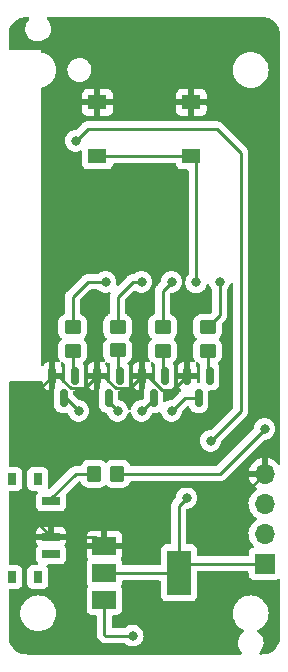
<source format=gtl>
G04 #@! TF.GenerationSoftware,KiCad,Pcbnew,(6.0.5)*
G04 #@! TF.CreationDate,2022-05-11T01:06:37+02:00*
G04 #@! TF.ProjectId,HighBong_V2,48696768-426f-46e6-975f-56322e6b6963,rev?*
G04 #@! TF.SameCoordinates,Original*
G04 #@! TF.FileFunction,Copper,L1,Top*
G04 #@! TF.FilePolarity,Positive*
%FSLAX46Y46*%
G04 Gerber Fmt 4.6, Leading zero omitted, Abs format (unit mm)*
G04 Created by KiCad (PCBNEW (6.0.5)) date 2022-05-11 01:06:37*
%MOMM*%
%LPD*%
G01*
G04 APERTURE LIST*
G04 Aperture macros list*
%AMRoundRect*
0 Rectangle with rounded corners*
0 $1 Rounding radius*
0 $2 $3 $4 $5 $6 $7 $8 $9 X,Y pos of 4 corners*
0 Add a 4 corners polygon primitive as box body*
4,1,4,$2,$3,$4,$5,$6,$7,$8,$9,$2,$3,0*
0 Add four circle primitives for the rounded corners*
1,1,$1+$1,$2,$3*
1,1,$1+$1,$4,$5*
1,1,$1+$1,$6,$7*
1,1,$1+$1,$8,$9*
0 Add four rect primitives between the rounded corners*
20,1,$1+$1,$2,$3,$4,$5,0*
20,1,$1+$1,$4,$5,$6,$7,0*
20,1,$1+$1,$6,$7,$8,$9,0*
20,1,$1+$1,$8,$9,$2,$3,0*%
G04 Aperture macros list end*
G04 #@! TA.AperFunction,SMDPad,CuDef*
%ADD10RoundRect,0.250000X-0.350000X-0.450000X0.350000X-0.450000X0.350000X0.450000X-0.350000X0.450000X0*%
G04 #@! TD*
G04 #@! TA.AperFunction,ComponentPad*
%ADD11R,1.700000X1.700000*%
G04 #@! TD*
G04 #@! TA.AperFunction,ComponentPad*
%ADD12O,1.700000X1.700000*%
G04 #@! TD*
G04 #@! TA.AperFunction,SMDPad,CuDef*
%ADD13RoundRect,0.150000X-0.150000X0.587500X-0.150000X-0.587500X0.150000X-0.587500X0.150000X0.587500X0*%
G04 #@! TD*
G04 #@! TA.AperFunction,SMDPad,CuDef*
%ADD14RoundRect,0.250000X-0.450000X0.350000X-0.450000X-0.350000X0.450000X-0.350000X0.450000X0.350000X0*%
G04 #@! TD*
G04 #@! TA.AperFunction,SMDPad,CuDef*
%ADD15R,1.550000X1.300000*%
G04 #@! TD*
G04 #@! TA.AperFunction,SMDPad,CuDef*
%ADD16R,1.498600X0.698500*%
G04 #@! TD*
G04 #@! TA.AperFunction,SMDPad,CuDef*
%ADD17R,0.797560X0.998220*%
G04 #@! TD*
G04 #@! TA.AperFunction,SMDPad,CuDef*
%ADD18R,2.000000X1.500000*%
G04 #@! TD*
G04 #@! TA.AperFunction,SMDPad,CuDef*
%ADD19R,2.000000X3.800000*%
G04 #@! TD*
G04 #@! TA.AperFunction,ViaPad*
%ADD20C,0.800000*%
G04 #@! TD*
G04 #@! TA.AperFunction,Conductor*
%ADD21C,0.250000*%
G04 #@! TD*
G04 APERTURE END LIST*
D10*
X107712000Y-139192000D03*
X109712000Y-139192000D03*
D11*
X122174000Y-146802000D03*
D12*
X122174000Y-144262000D03*
X122174000Y-141722000D03*
X122174000Y-139182000D03*
D13*
X109916000Y-130888500D03*
X108016000Y-130888500D03*
X108966000Y-132763500D03*
D14*
X113538000Y-126762000D03*
X113538000Y-128762000D03*
D15*
X108025000Y-112250000D03*
X115975000Y-112250000D03*
X115975000Y-107750000D03*
X108025000Y-107750000D03*
D14*
X109728000Y-126746000D03*
X109728000Y-128746000D03*
D16*
X104101900Y-141516100D03*
X104101900Y-144513300D03*
X104101900Y-146011900D03*
D17*
X102953820Y-139616180D03*
X100754180Y-147911820D03*
X100754180Y-139616180D03*
X102953820Y-147911820D03*
D14*
X105918000Y-126762000D03*
X105918000Y-128762000D03*
D18*
X108610000Y-145274000D03*
X108610000Y-147574000D03*
D19*
X114910000Y-147574000D03*
D18*
X108610000Y-149874000D03*
D13*
X106106000Y-130888500D03*
X104206000Y-130888500D03*
X105156000Y-132763500D03*
X113726000Y-130888500D03*
X111826000Y-130888500D03*
X112776000Y-132763500D03*
X117536000Y-130888500D03*
X115636000Y-130888500D03*
X116586000Y-132763500D03*
D14*
X117348000Y-126762000D03*
X117348000Y-128762000D03*
D20*
X122682000Y-109728000D03*
X104206000Y-128966000D03*
X111746000Y-145274000D03*
X118364000Y-122936000D03*
X114300000Y-122936000D03*
X111760000Y-122936000D03*
X108712000Y-122936000D03*
X115570000Y-141224000D03*
X106172000Y-110998000D03*
X117602000Y-136398000D03*
X106426000Y-133858000D03*
X111014000Y-152892000D03*
X109728000Y-133858000D03*
X111760000Y-133858000D03*
X114300000Y-133858000D03*
X116375000Y-122979000D03*
X122174000Y-135382000D03*
D21*
X111826000Y-130888500D02*
X112309572Y-130888500D01*
X108507428Y-130888500D02*
X108016000Y-130888500D01*
X122174000Y-139182000D02*
X121148000Y-140208000D01*
X113501072Y-132080000D02*
X114444500Y-132080000D01*
X111746000Y-142508000D02*
X111746000Y-145274000D01*
X115975000Y-107750000D02*
X120704000Y-107750000D01*
X122428000Y-109474000D02*
X122682000Y-109728000D01*
X110763980Y-131950520D02*
X109569448Y-131950520D01*
X104101900Y-144513300D02*
X107849300Y-144513300D01*
X101854000Y-133240500D02*
X104206000Y-130888500D01*
X121148000Y-140208000D02*
X114046000Y-140208000D01*
X108025000Y-107750000D02*
X115975000Y-107750000D01*
X104206000Y-130888500D02*
X104206000Y-128966000D01*
X104206000Y-130888500D02*
X104697428Y-130888500D01*
X120704000Y-107750000D02*
X122428000Y-109474000D01*
X114444500Y-132080000D02*
X115636000Y-130888500D01*
X104101900Y-144513300D02*
X101854000Y-142265400D01*
X106953980Y-131950520D02*
X108016000Y-130888500D01*
X111826000Y-130888500D02*
X110763980Y-131950520D01*
X114046000Y-140208000D02*
X111746000Y-142508000D01*
X104697428Y-130888500D02*
X105759448Y-131950520D01*
X107849300Y-144513300D02*
X108610000Y-145274000D01*
X108610000Y-145274000D02*
X111746000Y-145274000D01*
X109569448Y-131950520D02*
X108507428Y-130888500D01*
X112309572Y-130888500D02*
X113501072Y-132080000D01*
X105759448Y-131950520D02*
X106953980Y-131950520D01*
X101854000Y-142265400D02*
X101854000Y-133240500D01*
X118364000Y-122936000D02*
X118364000Y-125746000D01*
X118364000Y-125746000D02*
X117348000Y-126762000D01*
X113538000Y-123698000D02*
X114300000Y-122936000D01*
X113538000Y-126762000D02*
X113538000Y-124206000D01*
X113538000Y-124206000D02*
X113538000Y-123698000D01*
X110998000Y-122936000D02*
X111760000Y-122936000D01*
X109728000Y-124206000D02*
X110998000Y-122936000D01*
X109728000Y-126746000D02*
X109728000Y-124206000D01*
X105918000Y-124206000D02*
X107188000Y-122936000D01*
X107188000Y-122936000D02*
X108712000Y-122936000D01*
X105918000Y-126762000D02*
X105918000Y-124206000D01*
X114910000Y-147574000D02*
X114910000Y-141884000D01*
X120142000Y-112014000D02*
X120142000Y-133858000D01*
X120142000Y-133858000D02*
X117602000Y-136398000D01*
X107188000Y-109982000D02*
X118110000Y-109982000D01*
X118110000Y-109982000D02*
X120142000Y-112014000D01*
X114910000Y-141884000D02*
X115570000Y-141224000D01*
X108610000Y-147574000D02*
X114910000Y-147574000D01*
X106172000Y-110998000D02*
X107188000Y-109982000D01*
X115682000Y-146802000D02*
X114910000Y-147574000D01*
X122174000Y-146802000D02*
X115682000Y-146802000D01*
X105331500Y-132763500D02*
X106426000Y-133858000D01*
X105156000Y-132763500D02*
X105331500Y-132763500D01*
X110998000Y-152908000D02*
X108712000Y-152908000D01*
X108610000Y-152806000D02*
X108610000Y-149874000D01*
X108712000Y-152908000D02*
X108610000Y-152806000D01*
X111014000Y-152892000D02*
X110998000Y-152908000D01*
X108966000Y-133096000D02*
X109728000Y-133858000D01*
X108966000Y-132763500D02*
X108966000Y-133096000D01*
X112776000Y-132763500D02*
X112776000Y-132842000D01*
X112776000Y-132842000D02*
X111760000Y-133858000D01*
X116586000Y-132763500D02*
X115394500Y-132763500D01*
X115394500Y-132763500D02*
X114300000Y-133858000D01*
X117348000Y-128762000D02*
X117348000Y-130700500D01*
X117348000Y-130700500D02*
X117536000Y-130888500D01*
X113538000Y-130700500D02*
X113726000Y-130888500D01*
X113538000Y-128762000D02*
X113538000Y-130700500D01*
X109728000Y-128746000D02*
X109728000Y-130700500D01*
X109728000Y-130700500D02*
X109916000Y-130888500D01*
X105918000Y-130700500D02*
X106106000Y-130888500D01*
X105918000Y-128762000D02*
X105918000Y-130700500D01*
X108025000Y-112250000D02*
X115975000Y-112250000D01*
X116375000Y-122979000D02*
X116375000Y-112650000D01*
X116375000Y-112650000D02*
X115975000Y-112250000D01*
X104101900Y-141516100D02*
X104101900Y-141262100D01*
X106172000Y-139192000D02*
X107712000Y-139192000D01*
X104101900Y-141262100D02*
X106172000Y-139192000D01*
X109712000Y-139192000D02*
X118364000Y-139192000D01*
X118364000Y-139192000D02*
X122174000Y-135382000D01*
G04 #@! TA.AperFunction,Conductor*
G36*
X102219007Y-100528502D02*
G01*
X102265500Y-100582158D01*
X102275604Y-100652432D01*
X102246110Y-100717012D01*
X102233964Y-100729231D01*
X102209961Y-100750281D01*
X102086565Y-100906809D01*
X101993760Y-101083202D01*
X101934654Y-101273554D01*
X101911227Y-101471489D01*
X101913096Y-101500000D01*
X101924263Y-101670380D01*
X101925684Y-101675976D01*
X101925685Y-101675981D01*
X101954068Y-101787737D01*
X101973326Y-101863564D01*
X101975743Y-101868807D01*
X102031160Y-101989017D01*
X102056772Y-102044573D01*
X102171807Y-102207344D01*
X102314578Y-102346425D01*
X102480304Y-102457160D01*
X102485607Y-102459438D01*
X102485610Y-102459440D01*
X102658128Y-102533559D01*
X102663435Y-102535839D01*
X102735516Y-102552149D01*
X102852201Y-102578553D01*
X102852207Y-102578554D01*
X102857838Y-102579828D01*
X102863609Y-102580055D01*
X102863611Y-102580055D01*
X102924556Y-102582449D01*
X103057001Y-102587653D01*
X103156959Y-102573160D01*
X103248535Y-102559883D01*
X103248540Y-102559882D01*
X103254256Y-102559053D01*
X103259728Y-102557195D01*
X103259730Y-102557195D01*
X103437532Y-102496839D01*
X103437534Y-102496838D01*
X103442996Y-102494984D01*
X103616899Y-102397594D01*
X103770143Y-102270143D01*
X103897594Y-102116899D01*
X103994984Y-101942996D01*
X104059053Y-101754256D01*
X104059882Y-101748540D01*
X104059883Y-101748535D01*
X104085571Y-101571359D01*
X104087653Y-101557001D01*
X104089146Y-101500000D01*
X104070908Y-101301519D01*
X104042712Y-101201542D01*
X104018373Y-101115244D01*
X104018372Y-101115242D01*
X104016805Y-101109685D01*
X104003746Y-101083202D01*
X103931205Y-100936104D01*
X103928650Y-100930923D01*
X103809393Y-100771219D01*
X103761581Y-100727022D01*
X103725138Y-100666096D01*
X103727419Y-100595136D01*
X103767701Y-100536674D01*
X103833196Y-100509271D01*
X103847112Y-100508500D01*
X121950633Y-100508500D01*
X121970018Y-100510000D01*
X121984851Y-100512310D01*
X121984855Y-100512310D01*
X121993724Y-100513691D01*
X122008981Y-100511696D01*
X122034302Y-100510953D01*
X122203285Y-100523039D01*
X122221064Y-100525596D01*
X122411392Y-100566999D01*
X122428641Y-100572063D01*
X122611150Y-100640136D01*
X122627502Y-100647604D01*
X122798458Y-100740952D01*
X122813582Y-100750672D01*
X122969514Y-100867402D01*
X122983100Y-100879175D01*
X123120825Y-101016900D01*
X123132598Y-101030486D01*
X123249328Y-101186418D01*
X123259048Y-101201542D01*
X123352396Y-101372498D01*
X123359864Y-101388850D01*
X123427937Y-101571359D01*
X123433001Y-101588607D01*
X123474404Y-101778936D01*
X123476961Y-101796715D01*
X123488540Y-101958601D01*
X123487793Y-101976565D01*
X123487692Y-101984845D01*
X123486309Y-101993724D01*
X123487474Y-102002630D01*
X123490436Y-102025283D01*
X123491500Y-102041621D01*
X123491500Y-138291558D01*
X123471498Y-138359679D01*
X123417842Y-138406172D01*
X123347568Y-138416276D01*
X123282988Y-138386782D01*
X123259709Y-138359999D01*
X123256429Y-138354929D01*
X123250136Y-138346757D01*
X123106806Y-138189240D01*
X123099273Y-138182215D01*
X122932139Y-138050222D01*
X122923552Y-138044517D01*
X122737117Y-137941599D01*
X122727705Y-137937369D01*
X122526959Y-137866280D01*
X122516988Y-137863646D01*
X122445837Y-137850972D01*
X122432540Y-137852432D01*
X122428000Y-137866989D01*
X122428000Y-139310000D01*
X122407998Y-139378121D01*
X122354342Y-139424614D01*
X122302000Y-139436000D01*
X120857225Y-139436000D01*
X120843694Y-139439973D01*
X120842257Y-139449966D01*
X120872565Y-139584446D01*
X120875645Y-139594275D01*
X120955770Y-139791603D01*
X120960413Y-139800794D01*
X121071694Y-139982388D01*
X121077777Y-139990699D01*
X121217213Y-140151667D01*
X121224580Y-140158883D01*
X121388434Y-140294916D01*
X121396881Y-140300831D01*
X121465969Y-140341203D01*
X121514693Y-140392842D01*
X121527764Y-140462625D01*
X121501033Y-140528396D01*
X121460584Y-140561752D01*
X121447607Y-140568507D01*
X121443474Y-140571610D01*
X121443471Y-140571612D01*
X121275873Y-140697448D01*
X121268965Y-140702635D01*
X121114629Y-140864138D01*
X121111715Y-140868410D01*
X121111714Y-140868411D01*
X121054083Y-140952895D01*
X120988743Y-141048680D01*
X120957810Y-141115319D01*
X120907363Y-141224000D01*
X120894688Y-141251305D01*
X120834989Y-141466570D01*
X120811251Y-141688695D01*
X120811548Y-141693848D01*
X120811548Y-141693851D01*
X120821811Y-141871835D01*
X120824110Y-141911715D01*
X120825247Y-141916761D01*
X120825248Y-141916767D01*
X120846539Y-142011237D01*
X120873222Y-142129639D01*
X120910495Y-142221431D01*
X120948881Y-142315965D01*
X120957266Y-142336616D01*
X120976466Y-142367948D01*
X121051722Y-142490754D01*
X121073987Y-142527088D01*
X121220250Y-142695938D01*
X121392126Y-142838632D01*
X121462595Y-142879811D01*
X121465445Y-142881476D01*
X121514169Y-142933114D01*
X121527240Y-143002897D01*
X121500509Y-143068669D01*
X121460055Y-143102027D01*
X121447607Y-143108507D01*
X121443474Y-143111610D01*
X121443471Y-143111612D01*
X121419247Y-143129800D01*
X121268965Y-143242635D01*
X121114629Y-143404138D01*
X120988743Y-143588680D01*
X120894688Y-143791305D01*
X120834989Y-144006570D01*
X120811251Y-144228695D01*
X120811548Y-144233848D01*
X120811548Y-144233851D01*
X120813653Y-144270351D01*
X120824110Y-144451715D01*
X120825247Y-144456761D01*
X120825248Y-144456767D01*
X120849304Y-144563508D01*
X120873222Y-144669639D01*
X120957266Y-144876616D01*
X121008942Y-144960944D01*
X121051722Y-145030754D01*
X121073987Y-145067088D01*
X121220250Y-145235938D01*
X121224230Y-145239242D01*
X121228981Y-145243187D01*
X121268616Y-145302090D01*
X121270113Y-145373071D01*
X121232997Y-145433593D01*
X121192724Y-145458112D01*
X121077295Y-145501385D01*
X120960739Y-145588739D01*
X120873385Y-145705295D01*
X120822255Y-145841684D01*
X120815500Y-145903866D01*
X120815500Y-146042500D01*
X120795498Y-146110621D01*
X120741842Y-146157114D01*
X120689500Y-146168500D01*
X116544500Y-146168500D01*
X116476379Y-146148498D01*
X116429886Y-146094842D01*
X116418500Y-146042500D01*
X116418500Y-145625866D01*
X116411745Y-145563684D01*
X116360615Y-145427295D01*
X116273261Y-145310739D01*
X116156705Y-145223385D01*
X116020316Y-145172255D01*
X115958134Y-145165500D01*
X115669500Y-145165500D01*
X115601379Y-145145498D01*
X115554886Y-145091842D01*
X115543500Y-145039500D01*
X115543500Y-142258078D01*
X115563502Y-142189957D01*
X115617158Y-142143464D01*
X115656333Y-142132768D01*
X115658884Y-142132500D01*
X115665487Y-142132500D01*
X115671940Y-142131128D01*
X115671943Y-142131128D01*
X115734513Y-142117828D01*
X115852288Y-142092794D01*
X115928164Y-142059012D01*
X116020722Y-142017803D01*
X116020724Y-142017802D01*
X116026752Y-142015118D01*
X116181253Y-141902866D01*
X116185675Y-141897955D01*
X116304621Y-141765852D01*
X116304622Y-141765851D01*
X116309040Y-141760944D01*
X116377713Y-141641999D01*
X116401223Y-141601279D01*
X116401224Y-141601278D01*
X116404527Y-141595556D01*
X116463542Y-141413928D01*
X116467072Y-141380348D01*
X116482814Y-141230565D01*
X116483504Y-141224000D01*
X116480907Y-141199292D01*
X116464232Y-141040635D01*
X116464232Y-141040633D01*
X116463542Y-141034072D01*
X116404527Y-140852444D01*
X116376321Y-140803589D01*
X116355613Y-140767722D01*
X116309040Y-140687056D01*
X116221471Y-140589800D01*
X116185675Y-140550045D01*
X116185674Y-140550044D01*
X116181253Y-140545134D01*
X116067690Y-140462625D01*
X116032094Y-140436763D01*
X116032093Y-140436762D01*
X116026752Y-140432882D01*
X116020724Y-140430198D01*
X116020722Y-140430197D01*
X115858319Y-140357891D01*
X115858318Y-140357891D01*
X115852288Y-140355206D01*
X115734998Y-140330275D01*
X115671944Y-140316872D01*
X115671939Y-140316872D01*
X115665487Y-140315500D01*
X115474513Y-140315500D01*
X115468061Y-140316872D01*
X115468056Y-140316872D01*
X115405002Y-140330275D01*
X115287712Y-140355206D01*
X115281682Y-140357891D01*
X115281681Y-140357891D01*
X115119278Y-140430197D01*
X115119276Y-140430198D01*
X115113248Y-140432882D01*
X115107907Y-140436762D01*
X115107906Y-140436763D01*
X115072310Y-140462625D01*
X114958747Y-140545134D01*
X114954326Y-140550044D01*
X114954325Y-140550045D01*
X114918530Y-140589800D01*
X114830960Y-140687056D01*
X114784387Y-140767722D01*
X114763680Y-140803589D01*
X114735473Y-140852444D01*
X114676458Y-141034072D01*
X114675768Y-141040633D01*
X114675768Y-141040635D01*
X114659093Y-141199292D01*
X114632080Y-141264949D01*
X114622878Y-141275217D01*
X114517747Y-141380348D01*
X114509461Y-141387888D01*
X114502982Y-141392000D01*
X114497557Y-141397777D01*
X114456357Y-141441651D01*
X114453602Y-141444493D01*
X114433865Y-141464230D01*
X114431385Y-141467427D01*
X114423682Y-141476447D01*
X114393414Y-141508679D01*
X114389595Y-141515625D01*
X114389593Y-141515628D01*
X114383652Y-141526434D01*
X114372801Y-141542953D01*
X114360386Y-141558959D01*
X114357241Y-141566228D01*
X114357238Y-141566232D01*
X114342826Y-141599537D01*
X114337609Y-141610187D01*
X114316305Y-141648940D01*
X114314334Y-141656615D01*
X114314334Y-141656616D01*
X114311267Y-141668562D01*
X114304863Y-141687266D01*
X114302014Y-141693851D01*
X114296819Y-141705855D01*
X114295580Y-141713678D01*
X114295577Y-141713688D01*
X114289901Y-141749524D01*
X114287495Y-141761144D01*
X114278472Y-141796289D01*
X114276500Y-141803970D01*
X114276500Y-141824224D01*
X114274949Y-141843934D01*
X114271780Y-141863943D01*
X114272526Y-141871835D01*
X114275941Y-141907961D01*
X114276500Y-141919819D01*
X114276500Y-145039500D01*
X114256498Y-145107621D01*
X114202842Y-145154114D01*
X114150500Y-145165500D01*
X113861866Y-145165500D01*
X113799684Y-145172255D01*
X113663295Y-145223385D01*
X113546739Y-145310739D01*
X113459385Y-145427295D01*
X113408255Y-145563684D01*
X113401500Y-145625866D01*
X113401500Y-146814500D01*
X113381498Y-146882621D01*
X113327842Y-146929114D01*
X113275500Y-146940500D01*
X110244500Y-146940500D01*
X110176379Y-146920498D01*
X110129886Y-146866842D01*
X110118500Y-146814500D01*
X110118500Y-146775866D01*
X110111745Y-146713684D01*
X110060615Y-146577295D01*
X110002047Y-146499148D01*
X109977199Y-146432642D01*
X109992252Y-146363259D01*
X110002047Y-146348018D01*
X110054786Y-146277648D01*
X110063324Y-146262054D01*
X110108478Y-146141606D01*
X110112105Y-146126351D01*
X110117631Y-146075486D01*
X110118000Y-146068672D01*
X110118000Y-145546115D01*
X110113525Y-145530876D01*
X110112135Y-145529671D01*
X110104452Y-145528000D01*
X107120116Y-145528000D01*
X107104877Y-145532475D01*
X107103672Y-145533865D01*
X107102001Y-145541548D01*
X107102001Y-146068669D01*
X107102371Y-146075490D01*
X107107895Y-146126352D01*
X107111521Y-146141604D01*
X107156676Y-146262054D01*
X107165214Y-146277648D01*
X107217953Y-146348018D01*
X107242801Y-146414524D01*
X107227748Y-146483907D01*
X107217953Y-146499148D01*
X107159385Y-146577295D01*
X107108255Y-146713684D01*
X107101500Y-146775866D01*
X107101500Y-148372134D01*
X107108255Y-148434316D01*
X107159385Y-148570705D01*
X107164770Y-148577890D01*
X107164771Y-148577892D01*
X107217640Y-148648435D01*
X107242488Y-148714942D01*
X107227435Y-148784324D01*
X107217640Y-148799565D01*
X107164771Y-148870108D01*
X107159385Y-148877295D01*
X107108255Y-149013684D01*
X107101500Y-149075866D01*
X107101500Y-150672134D01*
X107108255Y-150734316D01*
X107159385Y-150870705D01*
X107246739Y-150987261D01*
X107363295Y-151074615D01*
X107499684Y-151125745D01*
X107561866Y-151132500D01*
X107850500Y-151132500D01*
X107918621Y-151152502D01*
X107965114Y-151206158D01*
X107976500Y-151258500D01*
X107976500Y-152727233D01*
X107975973Y-152738416D01*
X107974298Y-152745909D01*
X107974547Y-152753835D01*
X107974547Y-152753836D01*
X107976438Y-152813986D01*
X107976500Y-152817945D01*
X107976500Y-152845856D01*
X107976997Y-152849790D01*
X107976997Y-152849791D01*
X107977005Y-152849856D01*
X107977938Y-152861693D01*
X107979327Y-152905889D01*
X107984978Y-152925339D01*
X107988987Y-152944700D01*
X107991526Y-152964797D01*
X107994445Y-152972168D01*
X107994445Y-152972170D01*
X108007804Y-153005912D01*
X108011649Y-153017142D01*
X108016635Y-153034305D01*
X108023982Y-153059593D01*
X108028015Y-153066412D01*
X108028017Y-153066417D01*
X108034293Y-153077028D01*
X108042988Y-153094776D01*
X108050448Y-153113617D01*
X108055110Y-153120033D01*
X108055110Y-153120034D01*
X108076436Y-153149387D01*
X108082952Y-153159307D01*
X108105458Y-153197362D01*
X108119782Y-153211686D01*
X108132617Y-153226713D01*
X108144528Y-153243107D01*
X108169247Y-153263556D01*
X108178591Y-153271286D01*
X108187371Y-153279276D01*
X108208350Y-153300255D01*
X108215887Y-153308537D01*
X108220000Y-153315018D01*
X108269653Y-153361645D01*
X108272495Y-153364400D01*
X108292230Y-153384135D01*
X108295427Y-153386615D01*
X108304447Y-153394318D01*
X108336679Y-153424586D01*
X108343625Y-153428405D01*
X108343628Y-153428407D01*
X108354434Y-153434348D01*
X108370953Y-153445199D01*
X108386959Y-153457614D01*
X108394228Y-153460759D01*
X108394232Y-153460762D01*
X108427537Y-153475174D01*
X108438187Y-153480391D01*
X108476940Y-153501695D01*
X108484615Y-153503666D01*
X108484616Y-153503666D01*
X108496562Y-153506733D01*
X108515267Y-153513137D01*
X108533855Y-153521181D01*
X108541678Y-153522420D01*
X108541688Y-153522423D01*
X108577524Y-153528099D01*
X108589144Y-153530505D01*
X108624289Y-153539528D01*
X108631970Y-153541500D01*
X108652224Y-153541500D01*
X108671934Y-153543051D01*
X108691943Y-153546220D01*
X108699835Y-153545474D01*
X108735961Y-153542059D01*
X108747819Y-153541500D01*
X110322797Y-153541500D01*
X110390918Y-153561502D01*
X110401790Y-153569804D01*
X110402747Y-153570866D01*
X110424329Y-153586546D01*
X110539716Y-153670380D01*
X110557248Y-153683118D01*
X110563276Y-153685802D01*
X110563278Y-153685803D01*
X110717027Y-153754256D01*
X110731712Y-153760794D01*
X110825113Y-153780647D01*
X110912056Y-153799128D01*
X110912061Y-153799128D01*
X110918513Y-153800500D01*
X111109487Y-153800500D01*
X111115939Y-153799128D01*
X111115944Y-153799128D01*
X111202887Y-153780647D01*
X111296288Y-153760794D01*
X111310973Y-153754256D01*
X111464722Y-153685803D01*
X111464724Y-153685802D01*
X111470752Y-153683118D01*
X111625253Y-153570866D01*
X111672824Y-153518033D01*
X111748621Y-153433852D01*
X111748622Y-153433851D01*
X111753040Y-153428944D01*
X111839451Y-153279276D01*
X111845223Y-153269279D01*
X111845224Y-153269278D01*
X111848527Y-153263556D01*
X111907542Y-153081928D01*
X111909890Y-153059593D01*
X111926814Y-152898565D01*
X111927504Y-152892000D01*
X111922654Y-152845856D01*
X111908232Y-152708635D01*
X111908232Y-152708633D01*
X111907542Y-152702072D01*
X111848527Y-152520444D01*
X111844325Y-152513165D01*
X111764621Y-152375115D01*
X111753040Y-152355056D01*
X111744575Y-152345654D01*
X111629675Y-152218045D01*
X111629674Y-152218044D01*
X111625253Y-152213134D01*
X111470752Y-152100882D01*
X111464724Y-152098198D01*
X111464722Y-152098197D01*
X111302319Y-152025891D01*
X111302318Y-152025891D01*
X111296288Y-152023206D01*
X111202887Y-152003353D01*
X111115944Y-151984872D01*
X111115939Y-151984872D01*
X111109487Y-151983500D01*
X110918513Y-151983500D01*
X110912061Y-151984872D01*
X110912056Y-151984872D01*
X110825113Y-152003353D01*
X110731712Y-152023206D01*
X110725682Y-152025891D01*
X110725681Y-152025891D01*
X110563278Y-152098197D01*
X110563276Y-152098198D01*
X110557248Y-152100882D01*
X110402747Y-152213134D01*
X110385029Y-152232812D01*
X110324586Y-152270050D01*
X110291395Y-152274500D01*
X109369500Y-152274500D01*
X109301379Y-152254498D01*
X109254886Y-152200842D01*
X109243500Y-152148500D01*
X109243500Y-151258500D01*
X109263502Y-151190379D01*
X109317158Y-151143886D01*
X109369500Y-151132500D01*
X109658134Y-151132500D01*
X109720316Y-151125745D01*
X109856705Y-151074615D01*
X109973261Y-150987261D01*
X110060615Y-150870705D01*
X110111745Y-150734316D01*
X110118500Y-150672134D01*
X110118500Y-149075866D01*
X110111745Y-149013684D01*
X110060615Y-148877295D01*
X110055229Y-148870108D01*
X110002360Y-148799565D01*
X109977512Y-148733058D01*
X109992565Y-148663676D01*
X110002360Y-148648435D01*
X110055229Y-148577892D01*
X110055230Y-148577890D01*
X110060615Y-148570705D01*
X110111745Y-148434316D01*
X110118500Y-148372134D01*
X110118500Y-148333500D01*
X110138502Y-148265379D01*
X110192158Y-148218886D01*
X110244500Y-148207500D01*
X113275500Y-148207500D01*
X113343621Y-148227502D01*
X113390114Y-148281158D01*
X113401500Y-148333500D01*
X113401500Y-149522134D01*
X113408255Y-149584316D01*
X113459385Y-149720705D01*
X113546739Y-149837261D01*
X113663295Y-149924615D01*
X113799684Y-149975745D01*
X113861866Y-149982500D01*
X115958134Y-149982500D01*
X116020316Y-149975745D01*
X116156705Y-149924615D01*
X116273261Y-149837261D01*
X116360615Y-149720705D01*
X116411745Y-149584316D01*
X116418500Y-149522134D01*
X116418500Y-147561500D01*
X116438502Y-147493379D01*
X116492158Y-147446886D01*
X116544500Y-147435500D01*
X120689500Y-147435500D01*
X120757621Y-147455502D01*
X120804114Y-147509158D01*
X120815500Y-147561500D01*
X120815500Y-147700134D01*
X120822255Y-147762316D01*
X120873385Y-147898705D01*
X120960739Y-148015261D01*
X121077295Y-148102615D01*
X121213684Y-148153745D01*
X121275866Y-148160500D01*
X123072134Y-148160500D01*
X123134316Y-148153745D01*
X123270705Y-148102615D01*
X123289935Y-148088203D01*
X123356442Y-148063355D01*
X123425824Y-148078408D01*
X123476054Y-148128582D01*
X123491500Y-148189029D01*
X123491500Y-152950633D01*
X123490000Y-152970018D01*
X123487690Y-152984851D01*
X123487690Y-152984855D01*
X123486309Y-152993724D01*
X123488136Y-153007693D01*
X123488304Y-153008976D01*
X123489047Y-153034302D01*
X123476984Y-153202973D01*
X123476962Y-153203279D01*
X123474404Y-153221064D01*
X123437599Y-153390255D01*
X123433001Y-153411392D01*
X123427937Y-153428641D01*
X123359864Y-153611150D01*
X123352396Y-153627502D01*
X123259048Y-153798458D01*
X123249328Y-153813582D01*
X123132598Y-153969514D01*
X123120825Y-153983100D01*
X122983100Y-154120825D01*
X122969514Y-154132598D01*
X122813582Y-154249328D01*
X122798458Y-154259048D01*
X122627502Y-154352396D01*
X122611150Y-154359864D01*
X122428641Y-154427937D01*
X122411393Y-154433001D01*
X122221064Y-154474404D01*
X122203285Y-154476961D01*
X122041395Y-154488540D01*
X122023435Y-154487793D01*
X122015155Y-154487692D01*
X122006276Y-154486309D01*
X121974714Y-154490436D01*
X121958379Y-154491500D01*
X121852229Y-154491500D01*
X121784108Y-154471498D01*
X121737615Y-154417842D01*
X121727511Y-154347568D01*
X121757005Y-154282988D01*
X121763134Y-154276405D01*
X121765705Y-154273834D01*
X121770143Y-154270143D01*
X121897594Y-154116899D01*
X121994984Y-153942996D01*
X122038915Y-153813582D01*
X122057195Y-153759730D01*
X122057195Y-153759728D01*
X122059053Y-153754256D01*
X122059882Y-153748540D01*
X122059883Y-153748535D01*
X122079802Y-153611150D01*
X122087653Y-153557001D01*
X122089146Y-153500000D01*
X122072647Y-153320444D01*
X122071437Y-153307273D01*
X122071436Y-153307270D01*
X122070908Y-153301519D01*
X122062382Y-153271286D01*
X122018373Y-153115244D01*
X122018372Y-153115242D01*
X122016805Y-153109685D01*
X122009459Y-153094787D01*
X121931205Y-152936104D01*
X121928650Y-152930923D01*
X121809393Y-152771219D01*
X121663030Y-152635922D01*
X121603063Y-152598086D01*
X121556125Y-152544820D01*
X121545435Y-152474632D01*
X121574389Y-152409808D01*
X121622081Y-152375115D01*
X121682385Y-152350137D01*
X121682393Y-152350133D01*
X121686963Y-152348240D01*
X121691183Y-152345654D01*
X121885202Y-152226759D01*
X121885208Y-152226755D01*
X121889416Y-152224176D01*
X122069969Y-152069969D01*
X122224176Y-151889416D01*
X122226755Y-151885208D01*
X122226759Y-151885202D01*
X122345654Y-151691183D01*
X122348240Y-151686963D01*
X122439105Y-151467594D01*
X122463399Y-151366401D01*
X122493380Y-151241524D01*
X122493381Y-151241518D01*
X122494535Y-151236711D01*
X122513165Y-151000000D01*
X122494535Y-150763289D01*
X122487580Y-150734316D01*
X122440260Y-150537218D01*
X122439105Y-150532406D01*
X122348240Y-150313037D01*
X122345654Y-150308817D01*
X122226759Y-150114798D01*
X122226755Y-150114792D01*
X122224176Y-150110584D01*
X122069969Y-149930031D01*
X122057322Y-149919229D01*
X122045382Y-149909032D01*
X121889416Y-149775824D01*
X121885208Y-149773245D01*
X121885202Y-149773241D01*
X121691183Y-149654346D01*
X121686963Y-149651760D01*
X121682393Y-149649867D01*
X121682389Y-149649865D01*
X121472167Y-149562789D01*
X121472165Y-149562788D01*
X121467594Y-149560895D01*
X121387391Y-149541640D01*
X121241524Y-149506620D01*
X121241518Y-149506619D01*
X121236711Y-149505465D01*
X121000000Y-149486835D01*
X120763289Y-149505465D01*
X120758482Y-149506619D01*
X120758476Y-149506620D01*
X120612609Y-149541640D01*
X120532406Y-149560895D01*
X120527835Y-149562788D01*
X120527833Y-149562789D01*
X120317611Y-149649865D01*
X120317607Y-149649867D01*
X120313037Y-149651760D01*
X120308817Y-149654346D01*
X120114798Y-149773241D01*
X120114792Y-149773245D01*
X120110584Y-149775824D01*
X119954618Y-149909032D01*
X119942679Y-149919229D01*
X119930031Y-149930031D01*
X119775824Y-150110584D01*
X119773245Y-150114792D01*
X119773241Y-150114798D01*
X119654346Y-150308817D01*
X119651760Y-150313037D01*
X119560895Y-150532406D01*
X119559740Y-150537218D01*
X119512421Y-150734316D01*
X119505465Y-150763289D01*
X119487308Y-150993995D01*
X119486835Y-151000000D01*
X119487223Y-151004930D01*
X119487223Y-151004933D01*
X119494913Y-151102642D01*
X119505465Y-151236711D01*
X119506619Y-151241518D01*
X119506620Y-151241524D01*
X119536601Y-151366401D01*
X119560895Y-151467594D01*
X119651760Y-151686963D01*
X119654346Y-151691183D01*
X119773241Y-151885202D01*
X119773245Y-151885208D01*
X119775824Y-151889416D01*
X119930031Y-152069969D01*
X120110584Y-152224176D01*
X120114792Y-152226755D01*
X120114798Y-152226759D01*
X120308817Y-152345654D01*
X120313037Y-152348240D01*
X120317607Y-152350133D01*
X120317611Y-152350135D01*
X120376574Y-152374558D01*
X120431855Y-152419107D01*
X120454276Y-152486470D01*
X120436718Y-152555261D01*
X120392781Y-152599250D01*
X120359816Y-152618862D01*
X120209961Y-152750281D01*
X120086565Y-152906809D01*
X120083876Y-152911920D01*
X120083874Y-152911923D01*
X120063508Y-152950633D01*
X119993760Y-153083202D01*
X119973209Y-153149387D01*
X119942539Y-153248161D01*
X119934654Y-153273554D01*
X119911227Y-153471489D01*
X119913096Y-153500000D01*
X119924263Y-153670380D01*
X119925684Y-153675976D01*
X119925685Y-153675981D01*
X119958799Y-153806366D01*
X119973326Y-153863564D01*
X119975743Y-153868807D01*
X120012265Y-153948029D01*
X120056772Y-154044573D01*
X120060105Y-154049289D01*
X120110662Y-154120825D01*
X120171807Y-154207344D01*
X120236273Y-154270143D01*
X120241511Y-154275246D01*
X120276349Y-154337107D01*
X120272212Y-154407983D01*
X120230413Y-154465371D01*
X120164224Y-154491050D01*
X120153590Y-154491500D01*
X102049367Y-154491500D01*
X102029982Y-154490000D01*
X102015149Y-154487690D01*
X102015145Y-154487690D01*
X102006276Y-154486309D01*
X101991019Y-154488304D01*
X101965698Y-154489047D01*
X101796715Y-154476961D01*
X101778936Y-154474404D01*
X101588607Y-154433001D01*
X101571359Y-154427937D01*
X101388850Y-154359864D01*
X101372498Y-154352396D01*
X101201542Y-154259048D01*
X101186418Y-154249328D01*
X101030486Y-154132598D01*
X101016900Y-154120825D01*
X100879175Y-153983100D01*
X100867402Y-153969514D01*
X100750672Y-153813582D01*
X100740952Y-153798458D01*
X100647604Y-153627502D01*
X100640136Y-153611150D01*
X100572063Y-153428641D01*
X100566999Y-153411392D01*
X100562401Y-153390255D01*
X100525596Y-153221064D01*
X100523038Y-153203278D01*
X100523017Y-153202973D01*
X100511719Y-153045011D01*
X100512805Y-153022245D01*
X100512334Y-153022203D01*
X100512770Y-153017345D01*
X100513576Y-153012552D01*
X100513729Y-153000000D01*
X100509773Y-152972376D01*
X100508500Y-152954514D01*
X100508500Y-151000000D01*
X101486835Y-151000000D01*
X101487223Y-151004930D01*
X101487223Y-151004933D01*
X101494913Y-151102642D01*
X101505465Y-151236711D01*
X101506619Y-151241518D01*
X101506620Y-151241524D01*
X101536601Y-151366401D01*
X101560895Y-151467594D01*
X101651760Y-151686963D01*
X101654346Y-151691183D01*
X101773241Y-151885202D01*
X101773245Y-151885208D01*
X101775824Y-151889416D01*
X101930031Y-152069969D01*
X102110584Y-152224176D01*
X102114792Y-152226755D01*
X102114798Y-152226759D01*
X102308817Y-152345654D01*
X102313037Y-152348240D01*
X102317607Y-152350133D01*
X102317611Y-152350135D01*
X102377919Y-152375115D01*
X102532406Y-152439105D01*
X102612609Y-152458360D01*
X102758476Y-152493380D01*
X102758482Y-152493381D01*
X102763289Y-152494535D01*
X103000000Y-152513165D01*
X103236711Y-152494535D01*
X103241518Y-152493381D01*
X103241524Y-152493380D01*
X103387391Y-152458360D01*
X103467594Y-152439105D01*
X103622081Y-152375115D01*
X103682389Y-152350135D01*
X103682393Y-152350133D01*
X103686963Y-152348240D01*
X103691183Y-152345654D01*
X103885202Y-152226759D01*
X103885208Y-152226755D01*
X103889416Y-152224176D01*
X104069969Y-152069969D01*
X104224176Y-151889416D01*
X104226755Y-151885208D01*
X104226759Y-151885202D01*
X104345654Y-151691183D01*
X104348240Y-151686963D01*
X104439105Y-151467594D01*
X104463399Y-151366401D01*
X104493380Y-151241524D01*
X104493381Y-151241518D01*
X104494535Y-151236711D01*
X104513165Y-151000000D01*
X104494535Y-150763289D01*
X104487580Y-150734316D01*
X104440260Y-150537218D01*
X104439105Y-150532406D01*
X104348240Y-150313037D01*
X104345654Y-150308817D01*
X104226759Y-150114798D01*
X104226755Y-150114792D01*
X104224176Y-150110584D01*
X104069969Y-149930031D01*
X104057322Y-149919229D01*
X104045382Y-149909032D01*
X103889416Y-149775824D01*
X103885208Y-149773245D01*
X103885202Y-149773241D01*
X103691183Y-149654346D01*
X103686963Y-149651760D01*
X103682393Y-149649867D01*
X103682389Y-149649865D01*
X103472167Y-149562789D01*
X103472165Y-149562788D01*
X103467594Y-149560895D01*
X103387391Y-149541640D01*
X103241524Y-149506620D01*
X103241518Y-149506619D01*
X103236711Y-149505465D01*
X103000000Y-149486835D01*
X102763289Y-149505465D01*
X102758482Y-149506619D01*
X102758476Y-149506620D01*
X102612609Y-149541640D01*
X102532406Y-149560895D01*
X102527835Y-149562788D01*
X102527833Y-149562789D01*
X102317611Y-149649865D01*
X102317607Y-149649867D01*
X102313037Y-149651760D01*
X102308817Y-149654346D01*
X102114798Y-149773241D01*
X102114792Y-149773245D01*
X102110584Y-149775824D01*
X101954618Y-149909032D01*
X101942679Y-149919229D01*
X101930031Y-149930031D01*
X101775824Y-150110584D01*
X101773245Y-150114792D01*
X101773241Y-150114798D01*
X101654346Y-150308817D01*
X101651760Y-150313037D01*
X101560895Y-150532406D01*
X101559740Y-150537218D01*
X101512421Y-150734316D01*
X101505465Y-150763289D01*
X101487308Y-150993995D01*
X101486835Y-151000000D01*
X100508500Y-151000000D01*
X100508500Y-149045430D01*
X100528502Y-148977309D01*
X100582158Y-148930816D01*
X100634500Y-148919430D01*
X101201094Y-148919430D01*
X101263276Y-148912675D01*
X101399665Y-148861545D01*
X101516221Y-148774191D01*
X101603575Y-148657635D01*
X101654705Y-148521246D01*
X101661460Y-148459064D01*
X102046540Y-148459064D01*
X102053295Y-148521246D01*
X102104425Y-148657635D01*
X102191779Y-148774191D01*
X102308335Y-148861545D01*
X102444724Y-148912675D01*
X102506906Y-148919430D01*
X103400734Y-148919430D01*
X103462916Y-148912675D01*
X103599305Y-148861545D01*
X103715861Y-148774191D01*
X103803215Y-148657635D01*
X103854345Y-148521246D01*
X103861100Y-148459064D01*
X103861100Y-147364576D01*
X103854345Y-147302394D01*
X103803215Y-147166005D01*
X103797830Y-147158820D01*
X103797829Y-147158818D01*
X103732174Y-147071215D01*
X103707326Y-147004708D01*
X103722379Y-146935326D01*
X103772553Y-146885096D01*
X103833000Y-146869650D01*
X104899334Y-146869650D01*
X104961516Y-146862895D01*
X105097905Y-146811765D01*
X105214461Y-146724411D01*
X105301815Y-146607855D01*
X105352945Y-146471466D01*
X105359700Y-146409284D01*
X105359700Y-145614516D01*
X105352945Y-145552334D01*
X105301815Y-145415945D01*
X105296429Y-145408758D01*
X105243210Y-145337748D01*
X105218362Y-145271241D01*
X105233415Y-145201859D01*
X105243210Y-145186618D01*
X105295986Y-145116199D01*
X105304524Y-145100604D01*
X105341532Y-145001885D01*
X107102000Y-145001885D01*
X107106475Y-145017124D01*
X107107865Y-145018329D01*
X107115548Y-145020000D01*
X108337885Y-145020000D01*
X108353124Y-145015525D01*
X108354329Y-145014135D01*
X108356000Y-145006452D01*
X108356000Y-145001885D01*
X108864000Y-145001885D01*
X108868475Y-145017124D01*
X108869865Y-145018329D01*
X108877548Y-145020000D01*
X110099884Y-145020000D01*
X110115123Y-145015525D01*
X110116328Y-145014135D01*
X110117999Y-145006452D01*
X110117999Y-144479331D01*
X110117629Y-144472510D01*
X110112105Y-144421648D01*
X110108479Y-144406396D01*
X110063324Y-144285946D01*
X110054786Y-144270351D01*
X109978285Y-144168276D01*
X109965724Y-144155715D01*
X109863649Y-144079214D01*
X109848054Y-144070676D01*
X109727606Y-144025522D01*
X109712351Y-144021895D01*
X109661486Y-144016369D01*
X109654672Y-144016000D01*
X108882115Y-144016000D01*
X108866876Y-144020475D01*
X108865671Y-144021865D01*
X108864000Y-144029548D01*
X108864000Y-145001885D01*
X108356000Y-145001885D01*
X108356000Y-144034116D01*
X108351525Y-144018877D01*
X108350135Y-144017672D01*
X108342452Y-144016001D01*
X107565331Y-144016001D01*
X107558510Y-144016371D01*
X107507648Y-144021895D01*
X107492396Y-144025521D01*
X107371946Y-144070676D01*
X107356351Y-144079214D01*
X107254276Y-144155715D01*
X107241715Y-144168276D01*
X107165214Y-144270351D01*
X107156676Y-144285946D01*
X107111522Y-144406394D01*
X107107895Y-144421649D01*
X107102369Y-144472514D01*
X107102000Y-144479328D01*
X107102000Y-145001885D01*
X105341532Y-145001885D01*
X105349678Y-144980156D01*
X105353305Y-144964901D01*
X105358831Y-144914036D01*
X105359200Y-144907222D01*
X105359200Y-144785415D01*
X105354725Y-144770176D01*
X105353335Y-144768971D01*
X105345652Y-144767300D01*
X102862716Y-144767300D01*
X102847477Y-144771775D01*
X102846272Y-144773165D01*
X102844601Y-144780848D01*
X102844601Y-144907219D01*
X102844971Y-144914040D01*
X102850495Y-144964902D01*
X102854121Y-144980154D01*
X102899276Y-145100604D01*
X102907814Y-145116199D01*
X102960590Y-145186618D01*
X102985438Y-145253125D01*
X102970385Y-145322507D01*
X102960590Y-145337748D01*
X102907371Y-145408758D01*
X102901985Y-145415945D01*
X102850855Y-145552334D01*
X102844100Y-145614516D01*
X102844100Y-146409284D01*
X102850855Y-146471466D01*
X102901985Y-146607855D01*
X102907370Y-146615040D01*
X102907371Y-146615042D01*
X102973026Y-146702645D01*
X102997874Y-146769152D01*
X102982821Y-146838534D01*
X102932647Y-146888764D01*
X102872200Y-146904210D01*
X102506906Y-146904210D01*
X102444724Y-146910965D01*
X102308335Y-146962095D01*
X102191779Y-147049449D01*
X102104425Y-147166005D01*
X102053295Y-147302394D01*
X102046540Y-147364576D01*
X102046540Y-148459064D01*
X101661460Y-148459064D01*
X101661460Y-147364576D01*
X101654705Y-147302394D01*
X101603575Y-147166005D01*
X101516221Y-147049449D01*
X101399665Y-146962095D01*
X101263276Y-146910965D01*
X101201094Y-146904210D01*
X100634500Y-146904210D01*
X100566379Y-146884208D01*
X100519886Y-146830552D01*
X100508500Y-146778210D01*
X100508500Y-144241185D01*
X102844600Y-144241185D01*
X102849075Y-144256424D01*
X102850465Y-144257629D01*
X102858148Y-144259300D01*
X103829785Y-144259300D01*
X103845024Y-144254825D01*
X103846229Y-144253435D01*
X103847900Y-144245752D01*
X103847900Y-144241185D01*
X104355900Y-144241185D01*
X104360375Y-144256424D01*
X104361765Y-144257629D01*
X104369448Y-144259300D01*
X105341084Y-144259300D01*
X105356323Y-144254825D01*
X105357528Y-144253435D01*
X105359199Y-144245752D01*
X105359199Y-144119381D01*
X105358829Y-144112560D01*
X105353305Y-144061698D01*
X105349679Y-144046446D01*
X105304524Y-143925996D01*
X105295986Y-143910401D01*
X105219485Y-143808326D01*
X105206924Y-143795765D01*
X105104849Y-143719264D01*
X105089254Y-143710726D01*
X104968806Y-143665572D01*
X104953551Y-143661945D01*
X104902686Y-143656419D01*
X104895872Y-143656050D01*
X104374015Y-143656050D01*
X104358776Y-143660525D01*
X104357571Y-143661915D01*
X104355900Y-143669598D01*
X104355900Y-144241185D01*
X103847900Y-144241185D01*
X103847900Y-143674166D01*
X103843425Y-143658927D01*
X103842035Y-143657722D01*
X103834352Y-143656051D01*
X103307931Y-143656051D01*
X103301110Y-143656421D01*
X103250248Y-143661945D01*
X103234996Y-143665571D01*
X103114546Y-143710726D01*
X103098951Y-143719264D01*
X102996876Y-143795765D01*
X102984315Y-143808326D01*
X102907814Y-143910401D01*
X102899276Y-143925996D01*
X102854122Y-144046444D01*
X102850495Y-144061699D01*
X102844969Y-144112564D01*
X102844600Y-144119378D01*
X102844600Y-144241185D01*
X100508500Y-144241185D01*
X100508500Y-140749790D01*
X100528502Y-140681669D01*
X100582158Y-140635176D01*
X100634500Y-140623790D01*
X101201094Y-140623790D01*
X101263276Y-140617035D01*
X101399665Y-140565905D01*
X101516221Y-140478551D01*
X101603575Y-140361995D01*
X101654705Y-140225606D01*
X101661460Y-140163424D01*
X102046540Y-140163424D01*
X102053295Y-140225606D01*
X102104425Y-140361995D01*
X102191779Y-140478551D01*
X102308335Y-140565905D01*
X102444724Y-140617035D01*
X102506906Y-140623790D01*
X102872200Y-140623790D01*
X102940321Y-140643792D01*
X102986814Y-140697448D01*
X102996918Y-140767722D01*
X102973026Y-140825355D01*
X102917775Y-140899077D01*
X102901985Y-140920145D01*
X102850855Y-141056534D01*
X102844100Y-141118716D01*
X102844100Y-141913484D01*
X102850855Y-141975666D01*
X102901985Y-142112055D01*
X102989339Y-142228611D01*
X103105895Y-142315965D01*
X103242284Y-142367095D01*
X103304466Y-142373850D01*
X104899334Y-142373850D01*
X104961516Y-142367095D01*
X105097905Y-142315965D01*
X105214461Y-142228611D01*
X105301815Y-142112055D01*
X105352945Y-141975666D01*
X105359700Y-141913484D01*
X105359700Y-141118716D01*
X105352945Y-141056534D01*
X105350171Y-141049135D01*
X105350170Y-141049129D01*
X105340638Y-141023702D01*
X105335455Y-140952895D01*
X105369525Y-140890379D01*
X106397499Y-139862405D01*
X106459811Y-139828379D01*
X106486594Y-139825500D01*
X106532803Y-139825500D01*
X106600924Y-139845502D01*
X106647417Y-139899158D01*
X106652326Y-139911623D01*
X106665095Y-139949894D01*
X106670450Y-139965946D01*
X106763522Y-140116348D01*
X106888697Y-140241305D01*
X106894927Y-140245145D01*
X106894928Y-140245146D01*
X107032090Y-140329694D01*
X107039262Y-140334115D01*
X107060632Y-140341203D01*
X107200611Y-140387632D01*
X107200613Y-140387632D01*
X107207139Y-140389797D01*
X107213975Y-140390497D01*
X107213978Y-140390498D01*
X107257031Y-140394909D01*
X107311600Y-140400500D01*
X108112400Y-140400500D01*
X108115646Y-140400163D01*
X108115650Y-140400163D01*
X108211308Y-140390238D01*
X108211312Y-140390237D01*
X108218166Y-140389526D01*
X108224702Y-140387345D01*
X108224704Y-140387345D01*
X108363007Y-140341203D01*
X108385946Y-140333550D01*
X108536348Y-140240478D01*
X108622784Y-140153891D01*
X108685066Y-140119812D01*
X108755886Y-140124815D01*
X108800976Y-140153736D01*
X108888697Y-140241305D01*
X108894927Y-140245145D01*
X108894928Y-140245146D01*
X109032090Y-140329694D01*
X109039262Y-140334115D01*
X109060632Y-140341203D01*
X109200611Y-140387632D01*
X109200613Y-140387632D01*
X109207139Y-140389797D01*
X109213975Y-140390497D01*
X109213978Y-140390498D01*
X109257031Y-140394909D01*
X109311600Y-140400500D01*
X110112400Y-140400500D01*
X110115646Y-140400163D01*
X110115650Y-140400163D01*
X110211308Y-140390238D01*
X110211312Y-140390237D01*
X110218166Y-140389526D01*
X110224702Y-140387345D01*
X110224704Y-140387345D01*
X110363007Y-140341203D01*
X110385946Y-140333550D01*
X110536348Y-140240478D01*
X110661305Y-140115303D01*
X110736360Y-139993542D01*
X110750275Y-139970968D01*
X110750276Y-139970966D01*
X110754115Y-139964738D01*
X110771663Y-139911832D01*
X110812094Y-139853473D01*
X110877658Y-139826236D01*
X110891256Y-139825500D01*
X118285233Y-139825500D01*
X118296416Y-139826027D01*
X118303909Y-139827702D01*
X118311835Y-139827453D01*
X118311836Y-139827453D01*
X118371986Y-139825562D01*
X118375945Y-139825500D01*
X118403856Y-139825500D01*
X118407791Y-139825003D01*
X118407856Y-139824995D01*
X118419693Y-139824062D01*
X118451951Y-139823048D01*
X118455970Y-139822922D01*
X118463889Y-139822673D01*
X118483343Y-139817021D01*
X118502700Y-139813013D01*
X118514930Y-139811468D01*
X118514931Y-139811468D01*
X118522797Y-139810474D01*
X118530168Y-139807555D01*
X118530170Y-139807555D01*
X118563912Y-139794196D01*
X118575142Y-139790351D01*
X118609983Y-139780229D01*
X118609984Y-139780229D01*
X118617593Y-139778018D01*
X118624412Y-139773985D01*
X118624417Y-139773983D01*
X118635028Y-139767707D01*
X118652776Y-139759012D01*
X118671617Y-139751552D01*
X118707387Y-139725564D01*
X118717307Y-139719048D01*
X118748535Y-139700580D01*
X118748538Y-139700578D01*
X118755362Y-139696542D01*
X118769683Y-139682221D01*
X118784717Y-139669380D01*
X118794694Y-139662131D01*
X118801107Y-139657472D01*
X118829298Y-139623395D01*
X118837288Y-139614616D01*
X119535721Y-138916183D01*
X120838389Y-138916183D01*
X120839912Y-138924607D01*
X120852292Y-138928000D01*
X121901885Y-138928000D01*
X121917124Y-138923525D01*
X121918329Y-138922135D01*
X121920000Y-138914452D01*
X121920000Y-137865102D01*
X121916082Y-137851758D01*
X121901806Y-137849771D01*
X121863324Y-137855660D01*
X121853288Y-137858051D01*
X121650868Y-137924212D01*
X121641359Y-137928209D01*
X121452463Y-138026542D01*
X121443738Y-138032036D01*
X121273433Y-138159905D01*
X121265726Y-138166748D01*
X121118590Y-138320717D01*
X121112104Y-138328727D01*
X120992098Y-138504649D01*
X120987000Y-138513623D01*
X120897338Y-138706783D01*
X120893775Y-138716470D01*
X120838389Y-138916183D01*
X119535721Y-138916183D01*
X122124499Y-136327405D01*
X122186811Y-136293379D01*
X122213594Y-136290500D01*
X122269487Y-136290500D01*
X122275939Y-136289128D01*
X122275944Y-136289128D01*
X122362888Y-136270647D01*
X122456288Y-136250794D01*
X122552244Y-136208072D01*
X122624722Y-136175803D01*
X122624724Y-136175802D01*
X122630752Y-136173118D01*
X122785253Y-136060866D01*
X122913040Y-135918944D01*
X123008527Y-135753556D01*
X123067542Y-135571928D01*
X123072177Y-135527834D01*
X123086814Y-135388565D01*
X123087504Y-135382000D01*
X123067542Y-135192072D01*
X123008527Y-135010444D01*
X122913040Y-134845056D01*
X122785253Y-134703134D01*
X122630752Y-134590882D01*
X122624724Y-134588198D01*
X122624722Y-134588197D01*
X122462319Y-134515891D01*
X122462318Y-134515891D01*
X122456288Y-134513206D01*
X122362888Y-134493353D01*
X122275944Y-134474872D01*
X122275939Y-134474872D01*
X122269487Y-134473500D01*
X122078513Y-134473500D01*
X122072061Y-134474872D01*
X122072056Y-134474872D01*
X121985112Y-134493353D01*
X121891712Y-134513206D01*
X121885682Y-134515891D01*
X121885681Y-134515891D01*
X121723278Y-134588197D01*
X121723276Y-134588198D01*
X121717248Y-134590882D01*
X121562747Y-134703134D01*
X121434960Y-134845056D01*
X121339473Y-135010444D01*
X121280458Y-135192072D01*
X121279768Y-135198633D01*
X121279768Y-135198635D01*
X121263093Y-135357293D01*
X121236080Y-135422950D01*
X121226878Y-135433218D01*
X118138500Y-138521595D01*
X118076188Y-138555621D01*
X118049405Y-138558500D01*
X110891197Y-138558500D01*
X110823076Y-138538498D01*
X110776583Y-138484842D01*
X110771674Y-138472377D01*
X110755867Y-138424998D01*
X110755866Y-138424996D01*
X110753550Y-138418054D01*
X110660478Y-138267652D01*
X110535303Y-138142695D01*
X110529072Y-138138854D01*
X110390968Y-138053725D01*
X110390966Y-138053724D01*
X110384738Y-138049885D01*
X110224254Y-137996655D01*
X110223389Y-137996368D01*
X110223387Y-137996368D01*
X110216861Y-137994203D01*
X110210025Y-137993503D01*
X110210022Y-137993502D01*
X110166969Y-137989091D01*
X110112400Y-137983500D01*
X109311600Y-137983500D01*
X109308354Y-137983837D01*
X109308350Y-137983837D01*
X109212692Y-137993762D01*
X109212688Y-137993763D01*
X109205834Y-137994474D01*
X109199298Y-137996655D01*
X109199296Y-137996655D01*
X109109715Y-138026542D01*
X109038054Y-138050450D01*
X108887652Y-138143522D01*
X108882479Y-138148704D01*
X108801216Y-138230109D01*
X108738934Y-138264188D01*
X108668114Y-138259185D01*
X108623025Y-138230264D01*
X108540483Y-138147866D01*
X108535303Y-138142695D01*
X108529072Y-138138854D01*
X108390968Y-138053725D01*
X108390966Y-138053724D01*
X108384738Y-138049885D01*
X108224254Y-137996655D01*
X108223389Y-137996368D01*
X108223387Y-137996368D01*
X108216861Y-137994203D01*
X108210025Y-137993503D01*
X108210022Y-137993502D01*
X108166969Y-137989091D01*
X108112400Y-137983500D01*
X107311600Y-137983500D01*
X107308354Y-137983837D01*
X107308350Y-137983837D01*
X107212692Y-137993762D01*
X107212688Y-137993763D01*
X107205834Y-137994474D01*
X107199298Y-137996655D01*
X107199296Y-137996655D01*
X107109715Y-138026542D01*
X107038054Y-138050450D01*
X106887652Y-138143522D01*
X106762695Y-138268697D01*
X106758855Y-138274927D01*
X106758854Y-138274928D01*
X106706613Y-138359679D01*
X106669885Y-138419262D01*
X106652337Y-138472168D01*
X106611906Y-138530527D01*
X106546342Y-138557764D01*
X106532744Y-138558500D01*
X106250763Y-138558500D01*
X106239579Y-138557973D01*
X106232091Y-138556299D01*
X106224168Y-138556548D01*
X106164033Y-138558438D01*
X106160075Y-138558500D01*
X106132144Y-138558500D01*
X106128229Y-138558995D01*
X106128225Y-138558995D01*
X106128167Y-138559003D01*
X106128138Y-138559006D01*
X106116296Y-138559939D01*
X106072110Y-138561327D01*
X106054744Y-138566372D01*
X106052658Y-138566978D01*
X106033306Y-138570986D01*
X106021068Y-138572532D01*
X106021066Y-138572533D01*
X106013203Y-138573526D01*
X105972086Y-138589806D01*
X105960885Y-138593641D01*
X105918406Y-138605982D01*
X105911587Y-138610015D01*
X105911582Y-138610017D01*
X105900971Y-138616293D01*
X105883221Y-138624990D01*
X105864383Y-138632448D01*
X105857967Y-138637109D01*
X105857966Y-138637110D01*
X105828625Y-138658428D01*
X105818701Y-138664947D01*
X105787460Y-138683422D01*
X105787455Y-138683426D01*
X105780637Y-138687458D01*
X105766313Y-138701782D01*
X105751281Y-138714621D01*
X105734893Y-138726528D01*
X105716776Y-138748428D01*
X105706712Y-138760593D01*
X105698722Y-138769373D01*
X104032791Y-140435304D01*
X103970479Y-140469330D01*
X103899664Y-140464265D01*
X103842828Y-140421718D01*
X103818017Y-140355198D01*
X103825714Y-140301979D01*
X103847325Y-140244332D01*
X103854345Y-140225606D01*
X103861100Y-140163424D01*
X103861100Y-139068936D01*
X103854345Y-139006754D01*
X103803215Y-138870365D01*
X103715861Y-138753809D01*
X103599305Y-138666455D01*
X103462916Y-138615325D01*
X103400734Y-138608570D01*
X102506906Y-138608570D01*
X102444724Y-138615325D01*
X102308335Y-138666455D01*
X102191779Y-138753809D01*
X102104425Y-138870365D01*
X102053295Y-139006754D01*
X102046540Y-139068936D01*
X102046540Y-140163424D01*
X101661460Y-140163424D01*
X101661460Y-139068936D01*
X101654705Y-139006754D01*
X101603575Y-138870365D01*
X101516221Y-138753809D01*
X101399665Y-138666455D01*
X101263276Y-138615325D01*
X101201094Y-138608570D01*
X100634500Y-138608570D01*
X100566379Y-138588568D01*
X100519886Y-138534912D01*
X100508500Y-138482570D01*
X100508500Y-133417502D01*
X104347500Y-133417502D01*
X104350438Y-133454831D01*
X104369049Y-133518892D01*
X104394643Y-133606986D01*
X104396855Y-133614601D01*
X104413893Y-133643411D01*
X104477509Y-133750980D01*
X104477511Y-133750983D01*
X104481547Y-133757807D01*
X104599193Y-133875453D01*
X104606017Y-133879489D01*
X104606020Y-133879491D01*
X104670745Y-133917769D01*
X104742399Y-133960145D01*
X104750010Y-133962356D01*
X104750012Y-133962357D01*
X104802231Y-133977528D01*
X104902169Y-134006562D01*
X104908574Y-134007066D01*
X104908579Y-134007067D01*
X104937042Y-134009307D01*
X104937050Y-134009307D01*
X104939498Y-134009500D01*
X105372502Y-134009500D01*
X105374950Y-134009307D01*
X105374958Y-134009307D01*
X105403415Y-134007067D01*
X105409831Y-134006562D01*
X105409905Y-134007503D01*
X105474881Y-134014343D01*
X105530260Y-134058769D01*
X105546752Y-134091920D01*
X105591473Y-134229556D01*
X105686960Y-134394944D01*
X105814747Y-134536866D01*
X105969248Y-134649118D01*
X105975276Y-134651802D01*
X105975278Y-134651803D01*
X106137681Y-134724109D01*
X106143712Y-134726794D01*
X106237113Y-134746647D01*
X106324056Y-134765128D01*
X106324061Y-134765128D01*
X106330513Y-134766500D01*
X106521487Y-134766500D01*
X106527939Y-134765128D01*
X106527944Y-134765128D01*
X106614887Y-134746647D01*
X106708288Y-134726794D01*
X106714319Y-134724109D01*
X106876722Y-134651803D01*
X106876724Y-134651802D01*
X106882752Y-134649118D01*
X107037253Y-134536866D01*
X107165040Y-134394944D01*
X107260527Y-134229556D01*
X107319542Y-134047928D01*
X107320781Y-134036145D01*
X107338814Y-133864565D01*
X107339504Y-133858000D01*
X107334121Y-133806782D01*
X107320232Y-133674635D01*
X107320232Y-133674633D01*
X107319542Y-133668072D01*
X107260527Y-133486444D01*
X107245842Y-133461008D01*
X107168341Y-133326774D01*
X107165040Y-133321056D01*
X107037253Y-133179134D01*
X106882752Y-133066882D01*
X106876724Y-133064198D01*
X106876722Y-133064197D01*
X106714319Y-132991891D01*
X106714318Y-132991891D01*
X106708288Y-132989206D01*
X106614888Y-132969353D01*
X106527944Y-132950872D01*
X106527939Y-132950872D01*
X106521487Y-132949500D01*
X106465595Y-132949500D01*
X106397474Y-132929498D01*
X106376499Y-132912595D01*
X106001404Y-132537499D01*
X105967379Y-132475187D01*
X105964500Y-132448404D01*
X105964500Y-132260500D01*
X105984502Y-132192379D01*
X106038158Y-132145886D01*
X106090500Y-132134500D01*
X106322502Y-132134500D01*
X106324950Y-132134307D01*
X106324958Y-132134307D01*
X106353421Y-132132067D01*
X106353426Y-132132066D01*
X106359831Y-132131562D01*
X106459769Y-132102528D01*
X106511988Y-132087357D01*
X106511990Y-132087356D01*
X106519601Y-132085145D01*
X106558394Y-132062203D01*
X106655980Y-132004491D01*
X106655983Y-132004489D01*
X106662807Y-132000453D01*
X106780453Y-131882807D01*
X106784489Y-131875983D01*
X106784491Y-131875980D01*
X106861108Y-131746427D01*
X106865145Y-131739601D01*
X106867415Y-131731790D01*
X106909767Y-131586008D01*
X106911562Y-131579831D01*
X106912074Y-131573336D01*
X106914307Y-131544958D01*
X106914307Y-131544950D01*
X106914500Y-131542502D01*
X106914500Y-131539984D01*
X107208001Y-131539984D01*
X107208195Y-131544920D01*
X107210430Y-131573336D01*
X107212730Y-131585931D01*
X107255107Y-131731790D01*
X107261352Y-131746221D01*
X107337911Y-131875678D01*
X107347551Y-131888104D01*
X107453896Y-131994449D01*
X107466322Y-132004089D01*
X107595779Y-132080648D01*
X107610210Y-132086893D01*
X107744605Y-132125939D01*
X107758706Y-132125899D01*
X107762000Y-132118630D01*
X107762000Y-131160615D01*
X107757525Y-131145376D01*
X107756135Y-131144171D01*
X107748452Y-131142500D01*
X107226116Y-131142500D01*
X107210877Y-131146975D01*
X107209672Y-131148365D01*
X107208001Y-131156048D01*
X107208001Y-131539984D01*
X106914500Y-131539984D01*
X106914500Y-130616385D01*
X107208000Y-130616385D01*
X107212475Y-130631624D01*
X107213865Y-130632829D01*
X107221548Y-130634500D01*
X107743885Y-130634500D01*
X107759124Y-130630025D01*
X107760329Y-130628635D01*
X107762000Y-130620952D01*
X107762000Y-129664122D01*
X107758027Y-129650591D01*
X107750129Y-129649456D01*
X107610210Y-129690107D01*
X107595779Y-129696352D01*
X107466322Y-129772911D01*
X107453896Y-129782551D01*
X107347551Y-129888896D01*
X107337911Y-129901322D01*
X107261352Y-130030779D01*
X107255107Y-130045210D01*
X107212731Y-130191065D01*
X107210430Y-130203667D01*
X107208193Y-130232084D01*
X107208000Y-130237014D01*
X107208000Y-130616385D01*
X106914500Y-130616385D01*
X106914500Y-130234498D01*
X106914307Y-130232042D01*
X106912067Y-130203579D01*
X106912066Y-130203574D01*
X106911562Y-130197169D01*
X106870862Y-130057077D01*
X106867357Y-130045012D01*
X106867356Y-130045010D01*
X106865145Y-130037399D01*
X106780453Y-129894193D01*
X106783478Y-129892404D01*
X106763302Y-129841215D01*
X106777112Y-129771575D01*
X106822491Y-129722766D01*
X106836120Y-129714332D01*
X106842348Y-129710478D01*
X106967305Y-129585303D01*
X106973975Y-129574483D01*
X107056275Y-129440968D01*
X107056276Y-129440966D01*
X107060115Y-129434738D01*
X107115797Y-129266861D01*
X107116768Y-129257389D01*
X107126172Y-129165598D01*
X107126500Y-129162400D01*
X107126500Y-128361600D01*
X107115526Y-128255834D01*
X107110624Y-128241139D01*
X107061868Y-128095002D01*
X107059550Y-128088054D01*
X106966478Y-127937652D01*
X106879891Y-127851216D01*
X106845812Y-127788934D01*
X106850815Y-127718114D01*
X106879736Y-127673025D01*
X106962134Y-127590483D01*
X106967305Y-127585303D01*
X106973975Y-127574483D01*
X107056275Y-127440968D01*
X107056276Y-127440966D01*
X107060115Y-127434738D01*
X107115797Y-127266861D01*
X107116768Y-127257389D01*
X107126172Y-127165598D01*
X107126500Y-127162400D01*
X107126500Y-126361600D01*
X107115526Y-126255834D01*
X107110624Y-126241139D01*
X107061868Y-126095002D01*
X107059550Y-126088054D01*
X106966478Y-125937652D01*
X106841303Y-125812695D01*
X106835072Y-125808854D01*
X106696968Y-125723725D01*
X106696966Y-125723724D01*
X106690738Y-125719885D01*
X106637832Y-125702337D01*
X106579473Y-125661906D01*
X106552236Y-125596342D01*
X106551500Y-125582744D01*
X106551500Y-124520594D01*
X106571502Y-124452473D01*
X106588405Y-124431499D01*
X107413499Y-123606405D01*
X107475811Y-123572379D01*
X107502594Y-123569500D01*
X108003800Y-123569500D01*
X108071921Y-123589502D01*
X108091147Y-123605843D01*
X108091420Y-123605540D01*
X108096332Y-123609963D01*
X108100747Y-123614866D01*
X108115933Y-123625899D01*
X108243878Y-123718857D01*
X108255248Y-123727118D01*
X108261276Y-123729802D01*
X108261278Y-123729803D01*
X108423681Y-123802109D01*
X108429712Y-123804794D01*
X108523113Y-123824647D01*
X108610056Y-123843128D01*
X108610061Y-123843128D01*
X108616513Y-123844500D01*
X108807487Y-123844500D01*
X108813939Y-123843128D01*
X108813944Y-123843128D01*
X108917389Y-123821140D01*
X108990312Y-123805639D01*
X109061102Y-123811041D01*
X109117734Y-123853858D01*
X109142228Y-123920495D01*
X109134350Y-123970858D01*
X109134305Y-123970940D01*
X109132333Y-123978622D01*
X109129267Y-123990562D01*
X109122863Y-124009266D01*
X109114819Y-124027855D01*
X109113580Y-124035678D01*
X109113577Y-124035688D01*
X109107901Y-124071524D01*
X109105495Y-124083144D01*
X109094500Y-124125970D01*
X109094500Y-124146224D01*
X109092949Y-124165934D01*
X109089780Y-124185943D01*
X109090526Y-124193835D01*
X109093941Y-124229961D01*
X109094500Y-124241819D01*
X109094500Y-125566803D01*
X109074498Y-125634924D01*
X109020842Y-125681417D01*
X109008377Y-125686326D01*
X108960998Y-125702133D01*
X108960996Y-125702134D01*
X108954054Y-125704450D01*
X108947830Y-125708301D01*
X108947829Y-125708302D01*
X108921967Y-125724306D01*
X108803652Y-125797522D01*
X108678695Y-125922697D01*
X108674855Y-125928927D01*
X108674854Y-125928928D01*
X108654815Y-125961438D01*
X108585885Y-126073262D01*
X108569945Y-126121321D01*
X108547713Y-126188349D01*
X108530203Y-126241139D01*
X108529503Y-126247975D01*
X108529502Y-126247978D01*
X108527995Y-126262692D01*
X108519500Y-126345600D01*
X108519500Y-127146400D01*
X108530474Y-127252166D01*
X108532655Y-127258702D01*
X108532655Y-127258704D01*
X108537993Y-127274704D01*
X108586450Y-127419946D01*
X108679522Y-127570348D01*
X108684704Y-127575521D01*
X108766109Y-127656784D01*
X108800188Y-127719066D01*
X108795185Y-127789886D01*
X108766264Y-127834975D01*
X108690940Y-127910431D01*
X108678695Y-127922697D01*
X108674855Y-127928927D01*
X108674854Y-127928928D01*
X108664992Y-127944928D01*
X108585885Y-128073262D01*
X108530203Y-128241139D01*
X108529503Y-128247975D01*
X108529502Y-128247978D01*
X108527995Y-128262692D01*
X108519500Y-128345600D01*
X108519500Y-129146400D01*
X108530474Y-129252166D01*
X108532655Y-129258702D01*
X108532655Y-129258704D01*
X108537993Y-129274704D01*
X108586450Y-129419946D01*
X108590304Y-129426174D01*
X108590305Y-129426176D01*
X108673508Y-129560629D01*
X108692346Y-129629081D01*
X108671185Y-129696850D01*
X108616744Y-129742422D01*
X108546308Y-129751326D01*
X108502225Y-129735386D01*
X108436221Y-129696352D01*
X108421790Y-129690107D01*
X108287395Y-129651061D01*
X108273294Y-129651101D01*
X108270000Y-129658370D01*
X108270000Y-130616385D01*
X108274475Y-130631624D01*
X108275865Y-130632829D01*
X108283548Y-130634500D01*
X108805884Y-130634500D01*
X108821123Y-130630025D01*
X108822328Y-130628635D01*
X108823999Y-130620952D01*
X108823999Y-130237017D01*
X108823805Y-130232080D01*
X108821570Y-130203664D01*
X108819270Y-130191069D01*
X108776893Y-130045210D01*
X108770648Y-130030779D01*
X108698563Y-129908889D01*
X108681104Y-129840073D01*
X108703621Y-129772741D01*
X108758965Y-129728272D01*
X108829566Y-129720784D01*
X108873133Y-129737490D01*
X108949032Y-129784275D01*
X108955262Y-129788115D01*
X109003501Y-129804115D01*
X109008168Y-129805663D01*
X109066527Y-129846094D01*
X109093764Y-129911658D01*
X109094500Y-129925256D01*
X109094500Y-130621733D01*
X109093973Y-130632916D01*
X109092298Y-130640409D01*
X109092547Y-130648335D01*
X109092547Y-130648336D01*
X109094438Y-130708486D01*
X109094500Y-130712445D01*
X109094500Y-130740356D01*
X109094997Y-130744290D01*
X109094997Y-130744291D01*
X109095005Y-130744356D01*
X109095938Y-130756193D01*
X109097327Y-130800389D01*
X109099538Y-130807999D01*
X109102497Y-130818185D01*
X109107500Y-130853337D01*
X109107500Y-131391500D01*
X109087498Y-131459621D01*
X109033842Y-131506114D01*
X108981500Y-131517500D01*
X108950000Y-131517500D01*
X108881879Y-131497498D01*
X108835386Y-131443842D01*
X108824000Y-131391500D01*
X108824000Y-131160615D01*
X108819525Y-131145376D01*
X108818135Y-131144171D01*
X108810452Y-131142500D01*
X108288115Y-131142500D01*
X108272876Y-131146975D01*
X108271671Y-131148365D01*
X108270000Y-131156048D01*
X108270000Y-131771158D01*
X108252453Y-131835297D01*
X108206855Y-131912399D01*
X108160438Y-132072169D01*
X108159934Y-132078574D01*
X108159933Y-132078579D01*
X108157693Y-132107042D01*
X108157500Y-132109498D01*
X108157500Y-133417502D01*
X108160438Y-133454831D01*
X108179049Y-133518892D01*
X108204643Y-133606986D01*
X108206855Y-133614601D01*
X108223893Y-133643411D01*
X108287509Y-133750980D01*
X108287511Y-133750983D01*
X108291547Y-133757807D01*
X108409193Y-133875453D01*
X108416017Y-133879489D01*
X108416020Y-133879491D01*
X108480745Y-133917769D01*
X108552399Y-133960145D01*
X108560010Y-133962356D01*
X108560012Y-133962357D01*
X108612231Y-133977528D01*
X108712169Y-134006562D01*
X108718574Y-134007066D01*
X108718579Y-134007067D01*
X108738098Y-134008603D01*
X108739944Y-134008748D01*
X108806285Y-134034034D01*
X108849890Y-134095423D01*
X108893473Y-134229556D01*
X108988960Y-134394944D01*
X109116747Y-134536866D01*
X109271248Y-134649118D01*
X109277276Y-134651802D01*
X109277278Y-134651803D01*
X109439681Y-134724109D01*
X109445712Y-134726794D01*
X109539113Y-134746647D01*
X109626056Y-134765128D01*
X109626061Y-134765128D01*
X109632513Y-134766500D01*
X109823487Y-134766500D01*
X109829939Y-134765128D01*
X109829944Y-134765128D01*
X109916887Y-134746647D01*
X110010288Y-134726794D01*
X110016319Y-134724109D01*
X110178722Y-134651803D01*
X110178724Y-134651802D01*
X110184752Y-134649118D01*
X110339253Y-134536866D01*
X110467040Y-134394944D01*
X110562527Y-134229556D01*
X110621542Y-134047928D01*
X110621682Y-134046599D01*
X110654482Y-133985844D01*
X110716632Y-133951523D01*
X110787471Y-133956252D01*
X110844508Y-133998528D01*
X110866276Y-134046192D01*
X110866458Y-134047928D01*
X110925473Y-134229556D01*
X111020960Y-134394944D01*
X111148747Y-134536866D01*
X111303248Y-134649118D01*
X111309276Y-134651802D01*
X111309278Y-134651803D01*
X111471681Y-134724109D01*
X111477712Y-134726794D01*
X111571113Y-134746647D01*
X111658056Y-134765128D01*
X111658061Y-134765128D01*
X111664513Y-134766500D01*
X111855487Y-134766500D01*
X111861939Y-134765128D01*
X111861944Y-134765128D01*
X111948887Y-134746647D01*
X112042288Y-134726794D01*
X112048319Y-134724109D01*
X112210722Y-134651803D01*
X112210724Y-134651802D01*
X112216752Y-134649118D01*
X112371253Y-134536866D01*
X112499040Y-134394944D01*
X112594527Y-134229556D01*
X112637739Y-134096564D01*
X112677813Y-134037958D01*
X112743209Y-134010321D01*
X112757572Y-134009500D01*
X112992502Y-134009500D01*
X112994950Y-134009307D01*
X112994958Y-134009307D01*
X113023421Y-134007067D01*
X113023426Y-134007066D01*
X113029831Y-134006562D01*
X113129769Y-133977528D01*
X113181988Y-133962357D01*
X113181990Y-133962356D01*
X113189601Y-133960145D01*
X113216148Y-133944445D01*
X113284964Y-133926986D01*
X113352295Y-133949503D01*
X113396764Y-134004848D01*
X113404374Y-134034904D01*
X113404394Y-134034900D01*
X113404502Y-134035410D01*
X113405595Y-134039725D01*
X113405767Y-134041357D01*
X113406458Y-134047928D01*
X113465473Y-134229556D01*
X113560960Y-134394944D01*
X113688747Y-134536866D01*
X113843248Y-134649118D01*
X113849276Y-134651802D01*
X113849278Y-134651803D01*
X114011681Y-134724109D01*
X114017712Y-134726794D01*
X114111113Y-134746647D01*
X114198056Y-134765128D01*
X114198061Y-134765128D01*
X114204513Y-134766500D01*
X114395487Y-134766500D01*
X114401939Y-134765128D01*
X114401944Y-134765128D01*
X114488887Y-134746647D01*
X114582288Y-134726794D01*
X114588319Y-134724109D01*
X114750722Y-134651803D01*
X114750724Y-134651802D01*
X114756752Y-134649118D01*
X114911253Y-134536866D01*
X115039040Y-134394944D01*
X115134527Y-134229556D01*
X115193542Y-134047928D01*
X115194781Y-134036145D01*
X115210907Y-133882708D01*
X115237920Y-133817051D01*
X115247122Y-133806782D01*
X115588957Y-133464948D01*
X115651269Y-133430923D01*
X115722085Y-133435988D01*
X115778920Y-133478535D01*
X115799049Y-133518892D01*
X115824642Y-133606986D01*
X115824643Y-133606988D01*
X115826855Y-133614601D01*
X115843893Y-133643411D01*
X115907509Y-133750980D01*
X115907511Y-133750983D01*
X115911547Y-133757807D01*
X116029193Y-133875453D01*
X116036017Y-133879489D01*
X116036020Y-133879491D01*
X116100745Y-133917769D01*
X116172399Y-133960145D01*
X116180010Y-133962356D01*
X116180012Y-133962357D01*
X116232231Y-133977528D01*
X116332169Y-134006562D01*
X116338574Y-134007066D01*
X116338579Y-134007067D01*
X116367042Y-134009307D01*
X116367050Y-134009307D01*
X116369498Y-134009500D01*
X116802502Y-134009500D01*
X116804950Y-134009307D01*
X116804958Y-134009307D01*
X116833421Y-134007067D01*
X116833426Y-134007066D01*
X116839831Y-134006562D01*
X116939769Y-133977528D01*
X116991988Y-133962357D01*
X116991990Y-133962356D01*
X116999601Y-133960145D01*
X117071255Y-133917769D01*
X117135980Y-133879491D01*
X117135983Y-133879489D01*
X117142807Y-133875453D01*
X117260453Y-133757807D01*
X117264489Y-133750983D01*
X117264491Y-133750980D01*
X117328107Y-133643411D01*
X117345145Y-133614601D01*
X117347358Y-133606986D01*
X117372951Y-133518892D01*
X117391562Y-133454831D01*
X117394500Y-133417502D01*
X117394500Y-132260500D01*
X117414502Y-132192379D01*
X117468158Y-132145886D01*
X117520500Y-132134500D01*
X117752502Y-132134500D01*
X117754950Y-132134307D01*
X117754958Y-132134307D01*
X117783421Y-132132067D01*
X117783426Y-132132066D01*
X117789831Y-132131562D01*
X117889769Y-132102528D01*
X117941988Y-132087357D01*
X117941990Y-132087356D01*
X117949601Y-132085145D01*
X117988394Y-132062203D01*
X118085980Y-132004491D01*
X118085983Y-132004489D01*
X118092807Y-132000453D01*
X118210453Y-131882807D01*
X118214489Y-131875983D01*
X118214491Y-131875980D01*
X118291108Y-131746427D01*
X118295145Y-131739601D01*
X118297415Y-131731790D01*
X118339767Y-131586008D01*
X118341562Y-131579831D01*
X118342074Y-131573336D01*
X118344307Y-131544958D01*
X118344307Y-131544950D01*
X118344500Y-131542502D01*
X118344500Y-130234498D01*
X118344307Y-130232042D01*
X118342067Y-130203579D01*
X118342066Y-130203574D01*
X118341562Y-130197169D01*
X118300862Y-130057077D01*
X118297357Y-130045012D01*
X118297356Y-130045010D01*
X118295145Y-130037399D01*
X118210453Y-129894193D01*
X118213478Y-129892404D01*
X118193302Y-129841215D01*
X118207112Y-129771575D01*
X118252491Y-129722766D01*
X118266120Y-129714332D01*
X118272348Y-129710478D01*
X118397305Y-129585303D01*
X118403975Y-129574483D01*
X118486275Y-129440968D01*
X118486276Y-129440966D01*
X118490115Y-129434738D01*
X118545797Y-129266861D01*
X118546768Y-129257389D01*
X118556172Y-129165598D01*
X118556500Y-129162400D01*
X118556500Y-128361600D01*
X118545526Y-128255834D01*
X118540624Y-128241139D01*
X118491868Y-128095002D01*
X118489550Y-128088054D01*
X118396478Y-127937652D01*
X118309891Y-127851216D01*
X118275812Y-127788934D01*
X118280815Y-127718114D01*
X118309736Y-127673025D01*
X118392134Y-127590483D01*
X118397305Y-127585303D01*
X118403975Y-127574483D01*
X118486275Y-127440968D01*
X118486276Y-127440966D01*
X118490115Y-127434738D01*
X118545797Y-127266861D01*
X118546768Y-127257389D01*
X118556172Y-127165598D01*
X118556500Y-127162400D01*
X118556500Y-126501595D01*
X118576502Y-126433474D01*
X118593405Y-126412500D01*
X118756253Y-126249652D01*
X118764539Y-126242112D01*
X118771018Y-126238000D01*
X118817644Y-126188348D01*
X118820398Y-126185507D01*
X118840135Y-126165770D01*
X118842615Y-126162573D01*
X118850320Y-126153551D01*
X118875159Y-126127100D01*
X118880586Y-126121321D01*
X118884405Y-126114375D01*
X118884407Y-126114372D01*
X118890348Y-126103566D01*
X118901199Y-126087047D01*
X118908758Y-126077301D01*
X118913614Y-126071041D01*
X118916759Y-126063772D01*
X118916762Y-126063768D01*
X118931174Y-126030463D01*
X118936391Y-126019813D01*
X118957695Y-125981060D01*
X118962733Y-125961437D01*
X118969137Y-125942734D01*
X118974033Y-125931420D01*
X118974033Y-125931419D01*
X118977181Y-125924145D01*
X118978420Y-125916322D01*
X118978423Y-125916312D01*
X118984099Y-125880476D01*
X118986505Y-125868856D01*
X118995528Y-125833711D01*
X118995528Y-125833710D01*
X118997500Y-125826030D01*
X118997500Y-125805776D01*
X118999051Y-125786065D01*
X119000980Y-125773886D01*
X119002220Y-125766057D01*
X118998059Y-125722038D01*
X118997500Y-125710181D01*
X118997500Y-123638524D01*
X119017502Y-123570403D01*
X119029858Y-123554221D01*
X119103040Y-123472944D01*
X119198527Y-123307556D01*
X119257542Y-123125928D01*
X119258232Y-123119364D01*
X119259254Y-123114556D01*
X119292982Y-123052083D01*
X119355132Y-123017762D01*
X119425971Y-123022491D01*
X119483008Y-123064767D01*
X119508135Y-123131168D01*
X119508500Y-123140754D01*
X119508500Y-133543405D01*
X119488498Y-133611526D01*
X119471595Y-133632500D01*
X117651500Y-135452595D01*
X117589188Y-135486621D01*
X117562405Y-135489500D01*
X117506513Y-135489500D01*
X117500061Y-135490872D01*
X117500056Y-135490872D01*
X117413112Y-135509353D01*
X117319712Y-135529206D01*
X117313682Y-135531891D01*
X117313681Y-135531891D01*
X117151278Y-135604197D01*
X117151276Y-135604198D01*
X117145248Y-135606882D01*
X116990747Y-135719134D01*
X116862960Y-135861056D01*
X116767473Y-136026444D01*
X116708458Y-136208072D01*
X116707768Y-136214633D01*
X116707768Y-136214635D01*
X116699492Y-136293379D01*
X116688496Y-136398000D01*
X116708458Y-136587928D01*
X116767473Y-136769556D01*
X116862960Y-136934944D01*
X116990747Y-137076866D01*
X117145248Y-137189118D01*
X117151276Y-137191802D01*
X117151278Y-137191803D01*
X117313681Y-137264109D01*
X117319712Y-137266794D01*
X117413112Y-137286647D01*
X117500056Y-137305128D01*
X117500061Y-137305128D01*
X117506513Y-137306500D01*
X117697487Y-137306500D01*
X117703939Y-137305128D01*
X117703944Y-137305128D01*
X117790888Y-137286647D01*
X117884288Y-137266794D01*
X117890319Y-137264109D01*
X118052722Y-137191803D01*
X118052724Y-137191802D01*
X118058752Y-137189118D01*
X118213253Y-137076866D01*
X118341040Y-136934944D01*
X118436527Y-136769556D01*
X118495542Y-136587928D01*
X118512907Y-136422706D01*
X118539920Y-136357050D01*
X118549122Y-136346782D01*
X120534247Y-134361657D01*
X120542537Y-134354113D01*
X120549018Y-134350000D01*
X120595659Y-134300332D01*
X120598413Y-134297491D01*
X120618134Y-134277770D01*
X120620612Y-134274575D01*
X120628318Y-134265553D01*
X120653158Y-134239101D01*
X120658586Y-134233321D01*
X120668346Y-134215568D01*
X120679199Y-134199045D01*
X120686753Y-134189306D01*
X120691613Y-134183041D01*
X120709176Y-134142457D01*
X120714383Y-134131827D01*
X120735695Y-134093060D01*
X120737666Y-134085383D01*
X120737668Y-134085378D01*
X120740732Y-134073442D01*
X120747138Y-134054730D01*
X120749914Y-134048317D01*
X120755181Y-134036145D01*
X120759521Y-134008748D01*
X120762097Y-133992481D01*
X120764504Y-133980860D01*
X120773528Y-133945711D01*
X120773528Y-133945710D01*
X120775500Y-133938030D01*
X120775500Y-133917769D01*
X120777051Y-133898058D01*
X120778979Y-133885885D01*
X120780219Y-133878057D01*
X120776059Y-133834046D01*
X120775500Y-133822189D01*
X120775500Y-112092767D01*
X120776027Y-112081584D01*
X120777702Y-112074091D01*
X120775562Y-112006000D01*
X120775500Y-112002043D01*
X120775500Y-111974144D01*
X120774996Y-111970153D01*
X120774063Y-111958311D01*
X120772923Y-111922036D01*
X120772674Y-111914111D01*
X120770462Y-111906497D01*
X120770461Y-111906492D01*
X120767023Y-111894659D01*
X120763012Y-111875295D01*
X120762112Y-111868166D01*
X120760474Y-111855203D01*
X120757557Y-111847836D01*
X120757556Y-111847831D01*
X120744198Y-111814092D01*
X120740354Y-111802865D01*
X120730230Y-111768022D01*
X120728018Y-111760407D01*
X120717707Y-111742972D01*
X120709012Y-111725224D01*
X120701552Y-111706383D01*
X120675564Y-111670613D01*
X120669048Y-111660693D01*
X120650580Y-111629465D01*
X120650578Y-111629462D01*
X120646542Y-111622638D01*
X120632221Y-111608317D01*
X120619380Y-111593283D01*
X120612131Y-111583306D01*
X120607472Y-111576893D01*
X120573395Y-111548702D01*
X120564616Y-111540712D01*
X118613652Y-109589747D01*
X118606112Y-109581461D01*
X118602000Y-109574982D01*
X118576034Y-109550598D01*
X118552349Y-109528357D01*
X118549507Y-109525602D01*
X118529770Y-109505865D01*
X118526573Y-109503385D01*
X118517551Y-109495680D01*
X118504122Y-109483069D01*
X118485321Y-109465414D01*
X118478375Y-109461595D01*
X118478372Y-109461593D01*
X118467566Y-109455652D01*
X118451047Y-109444801D01*
X118450583Y-109444441D01*
X118435041Y-109432386D01*
X118427772Y-109429241D01*
X118427768Y-109429238D01*
X118394463Y-109414826D01*
X118383813Y-109409609D01*
X118345060Y-109388305D01*
X118325437Y-109383267D01*
X118306734Y-109376863D01*
X118295420Y-109371967D01*
X118295419Y-109371967D01*
X118288145Y-109368819D01*
X118280322Y-109367580D01*
X118280312Y-109367577D01*
X118244476Y-109361901D01*
X118232856Y-109359495D01*
X118197711Y-109350472D01*
X118197710Y-109350472D01*
X118190030Y-109348500D01*
X118169776Y-109348500D01*
X118150065Y-109346949D01*
X118137886Y-109345020D01*
X118130057Y-109343780D01*
X118100786Y-109346547D01*
X118086039Y-109347941D01*
X118074181Y-109348500D01*
X107266767Y-109348500D01*
X107255584Y-109347973D01*
X107248091Y-109346298D01*
X107240165Y-109346547D01*
X107240164Y-109346547D01*
X107180001Y-109348438D01*
X107176043Y-109348500D01*
X107148144Y-109348500D01*
X107144154Y-109349004D01*
X107132320Y-109349936D01*
X107088111Y-109351326D01*
X107080497Y-109353538D01*
X107080492Y-109353539D01*
X107068659Y-109356977D01*
X107049296Y-109360988D01*
X107029203Y-109363526D01*
X107021836Y-109366443D01*
X107021831Y-109366444D01*
X106988092Y-109379802D01*
X106976865Y-109383646D01*
X106934407Y-109395982D01*
X106927581Y-109400019D01*
X106916972Y-109406293D01*
X106899224Y-109414988D01*
X106880383Y-109422448D01*
X106873967Y-109427110D01*
X106873966Y-109427110D01*
X106844613Y-109448436D01*
X106834693Y-109454952D01*
X106803465Y-109473420D01*
X106803462Y-109473422D01*
X106796638Y-109477458D01*
X106782317Y-109491779D01*
X106767284Y-109504619D01*
X106750893Y-109516528D01*
X106745843Y-109522632D01*
X106745838Y-109522637D01*
X106722707Y-109550598D01*
X106714717Y-109559379D01*
X106221499Y-110052596D01*
X106159187Y-110086621D01*
X106132404Y-110089500D01*
X106076513Y-110089500D01*
X106070061Y-110090872D01*
X106070056Y-110090872D01*
X105983112Y-110109353D01*
X105889712Y-110129206D01*
X105883682Y-110131891D01*
X105883681Y-110131891D01*
X105721278Y-110204197D01*
X105721276Y-110204198D01*
X105715248Y-110206882D01*
X105560747Y-110319134D01*
X105432960Y-110461056D01*
X105429659Y-110466774D01*
X105343792Y-110615500D01*
X105337473Y-110626444D01*
X105278458Y-110808072D01*
X105258496Y-110998000D01*
X105278458Y-111187928D01*
X105337473Y-111369556D01*
X105432960Y-111534944D01*
X105437378Y-111539851D01*
X105437379Y-111539852D01*
X105488383Y-111596498D01*
X105560747Y-111676866D01*
X105715248Y-111789118D01*
X105721276Y-111791802D01*
X105721278Y-111791803D01*
X105847120Y-111847831D01*
X105889712Y-111866794D01*
X105983112Y-111886647D01*
X106070056Y-111905128D01*
X106070061Y-111905128D01*
X106076513Y-111906500D01*
X106267487Y-111906500D01*
X106273939Y-111905128D01*
X106273944Y-111905128D01*
X106360887Y-111886647D01*
X106454288Y-111866794D01*
X106460315Y-111864111D01*
X106460323Y-111864108D01*
X106564252Y-111817836D01*
X106634619Y-111808402D01*
X106698916Y-111838509D01*
X106736729Y-111898598D01*
X106741500Y-111932943D01*
X106741500Y-112948134D01*
X106748255Y-113010316D01*
X106799385Y-113146705D01*
X106886739Y-113263261D01*
X107003295Y-113350615D01*
X107139684Y-113401745D01*
X107201866Y-113408500D01*
X108848134Y-113408500D01*
X108910316Y-113401745D01*
X109046705Y-113350615D01*
X109163261Y-113263261D01*
X109250615Y-113146705D01*
X109301745Y-113010316D01*
X109303312Y-112995892D01*
X109330554Y-112930330D01*
X109388917Y-112889904D01*
X109428575Y-112883500D01*
X114571425Y-112883500D01*
X114639546Y-112903502D01*
X114686039Y-112957158D01*
X114696688Y-112995892D01*
X114698255Y-113010316D01*
X114749385Y-113146705D01*
X114836739Y-113263261D01*
X114953295Y-113350615D01*
X115089684Y-113401745D01*
X115151866Y-113408500D01*
X115615500Y-113408500D01*
X115683621Y-113428502D01*
X115730114Y-113482158D01*
X115741500Y-113534500D01*
X115741500Y-122276476D01*
X115721498Y-122344597D01*
X115709142Y-122360779D01*
X115635960Y-122442056D01*
X115540473Y-122607444D01*
X115481458Y-122789072D01*
X115480768Y-122795633D01*
X115480768Y-122795635D01*
X115464124Y-122953996D01*
X115461036Y-122961500D01*
X115462101Y-122973241D01*
X115461496Y-122979000D01*
X115462186Y-122985565D01*
X115476939Y-123125928D01*
X115481458Y-123168928D01*
X115540473Y-123350556D01*
X115635960Y-123515944D01*
X115640378Y-123520851D01*
X115640379Y-123520852D01*
X115728522Y-123618745D01*
X115763747Y-123657866D01*
X115918248Y-123770118D01*
X115924276Y-123772802D01*
X115924278Y-123772803D01*
X116086681Y-123845109D01*
X116092712Y-123847794D01*
X116186113Y-123867647D01*
X116273056Y-123886128D01*
X116273061Y-123886128D01*
X116279513Y-123887500D01*
X116470487Y-123887500D01*
X116476939Y-123886128D01*
X116476944Y-123886128D01*
X116563887Y-123867647D01*
X116657288Y-123847794D01*
X116663319Y-123845109D01*
X116825722Y-123772803D01*
X116825724Y-123772802D01*
X116831752Y-123770118D01*
X116986253Y-123657866D01*
X117021478Y-123618745D01*
X117109621Y-123520852D01*
X117109622Y-123520851D01*
X117114040Y-123515944D01*
X117209527Y-123350556D01*
X117256653Y-123205518D01*
X117296727Y-123146913D01*
X117362124Y-123119276D01*
X117432080Y-123131383D01*
X117484386Y-123179389D01*
X117496319Y-123205518D01*
X117529473Y-123307556D01*
X117624960Y-123472944D01*
X117698137Y-123554215D01*
X117728853Y-123618221D01*
X117730500Y-123638524D01*
X117730500Y-125431406D01*
X117710498Y-125499527D01*
X117693595Y-125520501D01*
X117597501Y-125616595D01*
X117535189Y-125650621D01*
X117508406Y-125653500D01*
X116847600Y-125653500D01*
X116844354Y-125653837D01*
X116844350Y-125653837D01*
X116748692Y-125663762D01*
X116748688Y-125663763D01*
X116741834Y-125664474D01*
X116735298Y-125666655D01*
X116735296Y-125666655D01*
X116628378Y-125702326D01*
X116574054Y-125720450D01*
X116423652Y-125813522D01*
X116298695Y-125938697D01*
X116294855Y-125944927D01*
X116294854Y-125944928D01*
X116215748Y-126073262D01*
X116205885Y-126089262D01*
X116195252Y-126121321D01*
X116153242Y-126247978D01*
X116150203Y-126257139D01*
X116139500Y-126361600D01*
X116139500Y-127162400D01*
X116139837Y-127165646D01*
X116139837Y-127165650D01*
X116149356Y-127257389D01*
X116150474Y-127268166D01*
X116206450Y-127435946D01*
X116299522Y-127586348D01*
X116304704Y-127591521D01*
X116386109Y-127672784D01*
X116420188Y-127735066D01*
X116415185Y-127805886D01*
X116386264Y-127850975D01*
X116320874Y-127916479D01*
X116298695Y-127938697D01*
X116294855Y-127944927D01*
X116294854Y-127944928D01*
X116215748Y-128073262D01*
X116205885Y-128089262D01*
X116203581Y-128096209D01*
X116153242Y-128247978D01*
X116150203Y-128257139D01*
X116139500Y-128361600D01*
X116139500Y-129162400D01*
X116139837Y-129165646D01*
X116139837Y-129165650D01*
X116149356Y-129257389D01*
X116150474Y-129268166D01*
X116206450Y-129435946D01*
X116277892Y-129551394D01*
X116296729Y-129619846D01*
X116275568Y-129687616D01*
X116221127Y-129733187D01*
X116150690Y-129742090D01*
X116106607Y-129726150D01*
X116056223Y-129696353D01*
X116041790Y-129690107D01*
X115907395Y-129651061D01*
X115893294Y-129651101D01*
X115890000Y-129658370D01*
X115890000Y-130616385D01*
X115894475Y-130631624D01*
X115895865Y-130632829D01*
X115903548Y-130634500D01*
X116425884Y-130634500D01*
X116441123Y-130630025D01*
X116442328Y-130628635D01*
X116443999Y-130620952D01*
X116443999Y-130237017D01*
X116443805Y-130232080D01*
X116441570Y-130203664D01*
X116439270Y-130191069D01*
X116396893Y-130045210D01*
X116390648Y-130030779D01*
X116333454Y-129934068D01*
X116315995Y-129865251D01*
X116338512Y-129797920D01*
X116393857Y-129753451D01*
X116464457Y-129745963D01*
X116508024Y-129762669D01*
X116569032Y-129800275D01*
X116575262Y-129804115D01*
X116628168Y-129821663D01*
X116686527Y-129862094D01*
X116713764Y-129927658D01*
X116714500Y-129941256D01*
X116714500Y-130621733D01*
X116713973Y-130632916D01*
X116712298Y-130640409D01*
X116712547Y-130648335D01*
X116712547Y-130648336D01*
X116714438Y-130708486D01*
X116714500Y-130712445D01*
X116714500Y-130740356D01*
X116714997Y-130744290D01*
X116714997Y-130744291D01*
X116715005Y-130744356D01*
X116715938Y-130756193D01*
X116717327Y-130800389D01*
X116719538Y-130807999D01*
X116722497Y-130818185D01*
X116727500Y-130853337D01*
X116727500Y-131391500D01*
X116707498Y-131459621D01*
X116653842Y-131506114D01*
X116601500Y-131517500D01*
X116570000Y-131517500D01*
X116501879Y-131497498D01*
X116455386Y-131443842D01*
X116444000Y-131391500D01*
X116444000Y-131160615D01*
X116439525Y-131145376D01*
X116438135Y-131144171D01*
X116430452Y-131142500D01*
X114846116Y-131142500D01*
X114830877Y-131146975D01*
X114829672Y-131148365D01*
X114828001Y-131156048D01*
X114828001Y-131539984D01*
X114828195Y-131544920D01*
X114830430Y-131573336D01*
X114832730Y-131585931D01*
X114875107Y-131731790D01*
X114881352Y-131746221D01*
X114957911Y-131875678D01*
X114967551Y-131888104D01*
X115073898Y-131994451D01*
X115087039Y-132004645D01*
X115128604Y-132062203D01*
X115132451Y-132133095D01*
X115097361Y-132194814D01*
X115083869Y-132206138D01*
X115051113Y-132229936D01*
X115041193Y-132236452D01*
X115009965Y-132254920D01*
X115009962Y-132254922D01*
X115003138Y-132258958D01*
X114988817Y-132273279D01*
X114973784Y-132286119D01*
X114957393Y-132298028D01*
X114952343Y-132304132D01*
X114952338Y-132304137D01*
X114929207Y-132332098D01*
X114921217Y-132340879D01*
X114349499Y-132912596D01*
X114287187Y-132946621D01*
X114260404Y-132949500D01*
X114204513Y-132949500D01*
X114198061Y-132950872D01*
X114198056Y-132950872D01*
X114111112Y-132969353D01*
X114017712Y-132989206D01*
X114011682Y-132991891D01*
X114011681Y-132991891D01*
X113849278Y-133064197D01*
X113849276Y-133064198D01*
X113843248Y-133066882D01*
X113837907Y-133070762D01*
X113837906Y-133070763D01*
X113784561Y-133109521D01*
X113717694Y-133133379D01*
X113648542Y-133117299D01*
X113599062Y-133066386D01*
X113584500Y-133007585D01*
X113584500Y-132260500D01*
X113604502Y-132192379D01*
X113658158Y-132145886D01*
X113710500Y-132134500D01*
X113942502Y-132134500D01*
X113944950Y-132134307D01*
X113944958Y-132134307D01*
X113973421Y-132132067D01*
X113973426Y-132132066D01*
X113979831Y-132131562D01*
X114079769Y-132102528D01*
X114131988Y-132087357D01*
X114131990Y-132087356D01*
X114139601Y-132085145D01*
X114178394Y-132062203D01*
X114275980Y-132004491D01*
X114275983Y-132004489D01*
X114282807Y-132000453D01*
X114400453Y-131882807D01*
X114404489Y-131875983D01*
X114404491Y-131875980D01*
X114481108Y-131746427D01*
X114485145Y-131739601D01*
X114487415Y-131731790D01*
X114529767Y-131586008D01*
X114531562Y-131579831D01*
X114532074Y-131573336D01*
X114534307Y-131544958D01*
X114534307Y-131544950D01*
X114534500Y-131542502D01*
X114534500Y-130616385D01*
X114828000Y-130616385D01*
X114832475Y-130631624D01*
X114833865Y-130632829D01*
X114841548Y-130634500D01*
X115363885Y-130634500D01*
X115379124Y-130630025D01*
X115380329Y-130628635D01*
X115382000Y-130620952D01*
X115382000Y-129664122D01*
X115378027Y-129650591D01*
X115370129Y-129649456D01*
X115230210Y-129690107D01*
X115215779Y-129696352D01*
X115086322Y-129772911D01*
X115073896Y-129782551D01*
X114967551Y-129888896D01*
X114957911Y-129901322D01*
X114881352Y-130030779D01*
X114875107Y-130045210D01*
X114832731Y-130191065D01*
X114830430Y-130203667D01*
X114828193Y-130232084D01*
X114828000Y-130237014D01*
X114828000Y-130616385D01*
X114534500Y-130616385D01*
X114534500Y-130234498D01*
X114534307Y-130232042D01*
X114532067Y-130203579D01*
X114532066Y-130203574D01*
X114531562Y-130197169D01*
X114490862Y-130057077D01*
X114487357Y-130045012D01*
X114487356Y-130045010D01*
X114485145Y-130037399D01*
X114400453Y-129894193D01*
X114403478Y-129892404D01*
X114383302Y-129841215D01*
X114397112Y-129771575D01*
X114442491Y-129722766D01*
X114456120Y-129714332D01*
X114462348Y-129710478D01*
X114587305Y-129585303D01*
X114593975Y-129574483D01*
X114676275Y-129440968D01*
X114676276Y-129440966D01*
X114680115Y-129434738D01*
X114735797Y-129266861D01*
X114736768Y-129257389D01*
X114746172Y-129165598D01*
X114746500Y-129162400D01*
X114746500Y-128361600D01*
X114735526Y-128255834D01*
X114730624Y-128241139D01*
X114681868Y-128095002D01*
X114679550Y-128088054D01*
X114586478Y-127937652D01*
X114499891Y-127851216D01*
X114465812Y-127788934D01*
X114470815Y-127718114D01*
X114499736Y-127673025D01*
X114582134Y-127590483D01*
X114587305Y-127585303D01*
X114593975Y-127574483D01*
X114676275Y-127440968D01*
X114676276Y-127440966D01*
X114680115Y-127434738D01*
X114735797Y-127266861D01*
X114736768Y-127257389D01*
X114746172Y-127165598D01*
X114746500Y-127162400D01*
X114746500Y-126361600D01*
X114735526Y-126255834D01*
X114730624Y-126241139D01*
X114681868Y-126095002D01*
X114679550Y-126088054D01*
X114586478Y-125937652D01*
X114461303Y-125812695D01*
X114455072Y-125808854D01*
X114316968Y-125723725D01*
X114316966Y-125723724D01*
X114310738Y-125719885D01*
X114257832Y-125702337D01*
X114199473Y-125661906D01*
X114172236Y-125596342D01*
X114171500Y-125582744D01*
X114171500Y-124012594D01*
X114191502Y-123944473D01*
X114208405Y-123923499D01*
X114250499Y-123881405D01*
X114312811Y-123847379D01*
X114339594Y-123844500D01*
X114395487Y-123844500D01*
X114401939Y-123843128D01*
X114401944Y-123843128D01*
X114488887Y-123824647D01*
X114582288Y-123804794D01*
X114588319Y-123802109D01*
X114750722Y-123729803D01*
X114750724Y-123729802D01*
X114756752Y-123727118D01*
X114774808Y-123714000D01*
X114858828Y-123652955D01*
X114911253Y-123614866D01*
X114947019Y-123575144D01*
X115034621Y-123477852D01*
X115034625Y-123477847D01*
X115039040Y-123472944D01*
X115134527Y-123307556D01*
X115193542Y-123125928D01*
X115210876Y-122961004D01*
X115213964Y-122953500D01*
X115212899Y-122941759D01*
X115213504Y-122936000D01*
X115201992Y-122826470D01*
X115194232Y-122752635D01*
X115194232Y-122752633D01*
X115193542Y-122746072D01*
X115134527Y-122564444D01*
X115039040Y-122399056D01*
X115022881Y-122381109D01*
X114915675Y-122262045D01*
X114915674Y-122262044D01*
X114911253Y-122257134D01*
X114756752Y-122144882D01*
X114750724Y-122142198D01*
X114750722Y-122142197D01*
X114588319Y-122069891D01*
X114588318Y-122069891D01*
X114582288Y-122067206D01*
X114488887Y-122047353D01*
X114401944Y-122028872D01*
X114401939Y-122028872D01*
X114395487Y-122027500D01*
X114204513Y-122027500D01*
X114198061Y-122028872D01*
X114198056Y-122028872D01*
X114111113Y-122047353D01*
X114017712Y-122067206D01*
X114011682Y-122069891D01*
X114011681Y-122069891D01*
X113849278Y-122142197D01*
X113849276Y-122142198D01*
X113843248Y-122144882D01*
X113688747Y-122257134D01*
X113684326Y-122262044D01*
X113684325Y-122262045D01*
X113577120Y-122381109D01*
X113560960Y-122399056D01*
X113465473Y-122564444D01*
X113406458Y-122746072D01*
X113405768Y-122752633D01*
X113405768Y-122752635D01*
X113389093Y-122911292D01*
X113362080Y-122976949D01*
X113352878Y-122987218D01*
X113145742Y-123194353D01*
X113137463Y-123201887D01*
X113130982Y-123206000D01*
X113088730Y-123250994D01*
X113084357Y-123255651D01*
X113081602Y-123258493D01*
X113061865Y-123278230D01*
X113059385Y-123281427D01*
X113051682Y-123290447D01*
X113021414Y-123322679D01*
X113017595Y-123329625D01*
X113017593Y-123329628D01*
X113011652Y-123340434D01*
X113000801Y-123356953D01*
X112988386Y-123372959D01*
X112985241Y-123380228D01*
X112985238Y-123380232D01*
X112970826Y-123413537D01*
X112965609Y-123424187D01*
X112944305Y-123462940D01*
X112942334Y-123470615D01*
X112942334Y-123470616D01*
X112939267Y-123482562D01*
X112932863Y-123501266D01*
X112924819Y-123519855D01*
X112923580Y-123527678D01*
X112923577Y-123527688D01*
X112917901Y-123563524D01*
X112915495Y-123575144D01*
X112907469Y-123606405D01*
X112904500Y-123617970D01*
X112904500Y-123638224D01*
X112902949Y-123657934D01*
X112899780Y-123677943D01*
X112900526Y-123685835D01*
X112903941Y-123721961D01*
X112904500Y-123733819D01*
X112904500Y-125582803D01*
X112884498Y-125650924D01*
X112830842Y-125697417D01*
X112818377Y-125702326D01*
X112770998Y-125718133D01*
X112770996Y-125718134D01*
X112764054Y-125720450D01*
X112757830Y-125724301D01*
X112757829Y-125724302D01*
X112690354Y-125766057D01*
X112613652Y-125813522D01*
X112488695Y-125938697D01*
X112484855Y-125944927D01*
X112484854Y-125944928D01*
X112405748Y-126073262D01*
X112395885Y-126089262D01*
X112385252Y-126121321D01*
X112343242Y-126247978D01*
X112340203Y-126257139D01*
X112329500Y-126361600D01*
X112329500Y-127162400D01*
X112329837Y-127165646D01*
X112329837Y-127165650D01*
X112339356Y-127257389D01*
X112340474Y-127268166D01*
X112396450Y-127435946D01*
X112489522Y-127586348D01*
X112494704Y-127591521D01*
X112576109Y-127672784D01*
X112610188Y-127735066D01*
X112605185Y-127805886D01*
X112576264Y-127850975D01*
X112510874Y-127916479D01*
X112488695Y-127938697D01*
X112484855Y-127944927D01*
X112484854Y-127944928D01*
X112405748Y-128073262D01*
X112395885Y-128089262D01*
X112393581Y-128096209D01*
X112343242Y-128247978D01*
X112340203Y-128257139D01*
X112329500Y-128361600D01*
X112329500Y-129162400D01*
X112329837Y-129165646D01*
X112329837Y-129165650D01*
X112339356Y-129257389D01*
X112340474Y-129268166D01*
X112396450Y-129435946D01*
X112467892Y-129551394D01*
X112486729Y-129619846D01*
X112465568Y-129687616D01*
X112411127Y-129733187D01*
X112340690Y-129742090D01*
X112296607Y-129726150D01*
X112246223Y-129696353D01*
X112231790Y-129690107D01*
X112097395Y-129651061D01*
X112083294Y-129651101D01*
X112080000Y-129658370D01*
X112080000Y-130616385D01*
X112084475Y-130631624D01*
X112085865Y-130632829D01*
X112093548Y-130634500D01*
X112615884Y-130634500D01*
X112631123Y-130630025D01*
X112632328Y-130628635D01*
X112633999Y-130620952D01*
X112633999Y-130237017D01*
X112633805Y-130232080D01*
X112631570Y-130203664D01*
X112629270Y-130191069D01*
X112586893Y-130045210D01*
X112580648Y-130030779D01*
X112523454Y-129934068D01*
X112505995Y-129865251D01*
X112528512Y-129797920D01*
X112583857Y-129753451D01*
X112654457Y-129745963D01*
X112698024Y-129762669D01*
X112759032Y-129800275D01*
X112765262Y-129804115D01*
X112818168Y-129821663D01*
X112876527Y-129862094D01*
X112903764Y-129927658D01*
X112904500Y-129941256D01*
X112904500Y-130621733D01*
X112903973Y-130632916D01*
X112902298Y-130640409D01*
X112902547Y-130648335D01*
X112902547Y-130648336D01*
X112904438Y-130708486D01*
X112904500Y-130712445D01*
X112904500Y-130740356D01*
X112904997Y-130744290D01*
X112904997Y-130744291D01*
X112905005Y-130744356D01*
X112905938Y-130756193D01*
X112907327Y-130800389D01*
X112909538Y-130807999D01*
X112912497Y-130818185D01*
X112917500Y-130853337D01*
X112917500Y-131391500D01*
X112897498Y-131459621D01*
X112843842Y-131506114D01*
X112791500Y-131517500D01*
X112760000Y-131517500D01*
X112691879Y-131497498D01*
X112645386Y-131443842D01*
X112634000Y-131391500D01*
X112634000Y-131160615D01*
X112629525Y-131145376D01*
X112628135Y-131144171D01*
X112620452Y-131142500D01*
X112098115Y-131142500D01*
X112082876Y-131146975D01*
X112081671Y-131148365D01*
X112080000Y-131156048D01*
X112080000Y-131771158D01*
X112062453Y-131835297D01*
X112016855Y-131912399D01*
X111970438Y-132072169D01*
X111969934Y-132078574D01*
X111969933Y-132078579D01*
X111967693Y-132107042D01*
X111967500Y-132109498D01*
X111967500Y-132702405D01*
X111947498Y-132770526D01*
X111930595Y-132791501D01*
X111809499Y-132912596D01*
X111747187Y-132946621D01*
X111720404Y-132949500D01*
X111664513Y-132949500D01*
X111658061Y-132950872D01*
X111658056Y-132950872D01*
X111571112Y-132969353D01*
X111477712Y-132989206D01*
X111471682Y-132991891D01*
X111471681Y-132991891D01*
X111309278Y-133064197D01*
X111309276Y-133064198D01*
X111303248Y-133066882D01*
X111148747Y-133179134D01*
X111020960Y-133321056D01*
X111017659Y-133326774D01*
X110940159Y-133461008D01*
X110925473Y-133486444D01*
X110866458Y-133668072D01*
X110866318Y-133669401D01*
X110833518Y-133730156D01*
X110771368Y-133764477D01*
X110700529Y-133759748D01*
X110643492Y-133717472D01*
X110621724Y-133669808D01*
X110621542Y-133668072D01*
X110562527Y-133486444D01*
X110547842Y-133461008D01*
X110470341Y-133326774D01*
X110467040Y-133321056D01*
X110339253Y-133179134D01*
X110184752Y-133066882D01*
X110178724Y-133064198D01*
X110178722Y-133064197D01*
X110016319Y-132991891D01*
X110016318Y-132991891D01*
X110010288Y-132989206D01*
X110003836Y-132987834D01*
X110003831Y-132987833D01*
X109874303Y-132960301D01*
X109811829Y-132926572D01*
X109777508Y-132864423D01*
X109774500Y-132837054D01*
X109774500Y-132260500D01*
X109794502Y-132192379D01*
X109848158Y-132145886D01*
X109900500Y-132134500D01*
X110132502Y-132134500D01*
X110134950Y-132134307D01*
X110134958Y-132134307D01*
X110163421Y-132132067D01*
X110163426Y-132132066D01*
X110169831Y-132131562D01*
X110269769Y-132102528D01*
X110321988Y-132087357D01*
X110321990Y-132087356D01*
X110329601Y-132085145D01*
X110368394Y-132062203D01*
X110465980Y-132004491D01*
X110465983Y-132004489D01*
X110472807Y-132000453D01*
X110590453Y-131882807D01*
X110594489Y-131875983D01*
X110594491Y-131875980D01*
X110671108Y-131746427D01*
X110675145Y-131739601D01*
X110677415Y-131731790D01*
X110719767Y-131586008D01*
X110721562Y-131579831D01*
X110722074Y-131573336D01*
X110724307Y-131544958D01*
X110724307Y-131544950D01*
X110724500Y-131542502D01*
X110724500Y-131539984D01*
X111018001Y-131539984D01*
X111018195Y-131544920D01*
X111020430Y-131573336D01*
X111022730Y-131585931D01*
X111065107Y-131731790D01*
X111071352Y-131746221D01*
X111147911Y-131875678D01*
X111157551Y-131888104D01*
X111263896Y-131994449D01*
X111276322Y-132004089D01*
X111405779Y-132080648D01*
X111420210Y-132086893D01*
X111554605Y-132125939D01*
X111568706Y-132125899D01*
X111572000Y-132118630D01*
X111572000Y-131160615D01*
X111567525Y-131145376D01*
X111566135Y-131144171D01*
X111558452Y-131142500D01*
X111036116Y-131142500D01*
X111020877Y-131146975D01*
X111019672Y-131148365D01*
X111018001Y-131156048D01*
X111018001Y-131539984D01*
X110724500Y-131539984D01*
X110724500Y-130616385D01*
X111018000Y-130616385D01*
X111022475Y-130631624D01*
X111023865Y-130632829D01*
X111031548Y-130634500D01*
X111553885Y-130634500D01*
X111569124Y-130630025D01*
X111570329Y-130628635D01*
X111572000Y-130620952D01*
X111572000Y-129664122D01*
X111568027Y-129650591D01*
X111560129Y-129649456D01*
X111420210Y-129690107D01*
X111405779Y-129696352D01*
X111276322Y-129772911D01*
X111263896Y-129782551D01*
X111157551Y-129888896D01*
X111147911Y-129901322D01*
X111071352Y-130030779D01*
X111065107Y-130045210D01*
X111022731Y-130191065D01*
X111020430Y-130203667D01*
X111018193Y-130232084D01*
X111018000Y-130237014D01*
X111018000Y-130616385D01*
X110724500Y-130616385D01*
X110724500Y-130234498D01*
X110724307Y-130232042D01*
X110722067Y-130203579D01*
X110722066Y-130203574D01*
X110721562Y-130197169D01*
X110680862Y-130057077D01*
X110677357Y-130045012D01*
X110677356Y-130045010D01*
X110675145Y-130037399D01*
X110590453Y-129894193D01*
X110589726Y-129893466D01*
X110564902Y-129830243D01*
X110578801Y-129760620D01*
X110624104Y-129711956D01*
X110652348Y-129694478D01*
X110777305Y-129569303D01*
X110859508Y-129435946D01*
X110866275Y-129424968D01*
X110866276Y-129424966D01*
X110870115Y-129418738D01*
X110922332Y-129261308D01*
X110923632Y-129257389D01*
X110923632Y-129257387D01*
X110925797Y-129250861D01*
X110936500Y-129146400D01*
X110936500Y-128345600D01*
X110936163Y-128342350D01*
X110926238Y-128246692D01*
X110926237Y-128246688D01*
X110925526Y-128239834D01*
X110869550Y-128072054D01*
X110776478Y-127921652D01*
X110689891Y-127835216D01*
X110655812Y-127772934D01*
X110660815Y-127702114D01*
X110689736Y-127657025D01*
X110772134Y-127574483D01*
X110777305Y-127569303D01*
X110859508Y-127435946D01*
X110866275Y-127424968D01*
X110866276Y-127424966D01*
X110870115Y-127418738D01*
X110922332Y-127261308D01*
X110923632Y-127257389D01*
X110923632Y-127257387D01*
X110925797Y-127250861D01*
X110936500Y-127146400D01*
X110936500Y-126345600D01*
X110936163Y-126342350D01*
X110926238Y-126246692D01*
X110926237Y-126246688D01*
X110925526Y-126239834D01*
X110869550Y-126072054D01*
X110776478Y-125921652D01*
X110651303Y-125796695D01*
X110533867Y-125724306D01*
X110506968Y-125707725D01*
X110506966Y-125707724D01*
X110500738Y-125703885D01*
X110447832Y-125686337D01*
X110389473Y-125645906D01*
X110362236Y-125580342D01*
X110361500Y-125566744D01*
X110361500Y-124520594D01*
X110381502Y-124452473D01*
X110398405Y-124431499D01*
X111111047Y-123718857D01*
X111173359Y-123684831D01*
X111244174Y-123689896D01*
X111274202Y-123706015D01*
X111297907Y-123723238D01*
X111297910Y-123723240D01*
X111303248Y-123727118D01*
X111309276Y-123729802D01*
X111309278Y-123729803D01*
X111471681Y-123802109D01*
X111477712Y-123804794D01*
X111571113Y-123824647D01*
X111658056Y-123843128D01*
X111658061Y-123843128D01*
X111664513Y-123844500D01*
X111855487Y-123844500D01*
X111861939Y-123843128D01*
X111861944Y-123843128D01*
X111948887Y-123824647D01*
X112042288Y-123804794D01*
X112048319Y-123802109D01*
X112210722Y-123729803D01*
X112210724Y-123729802D01*
X112216752Y-123727118D01*
X112234808Y-123714000D01*
X112318828Y-123652955D01*
X112371253Y-123614866D01*
X112407019Y-123575144D01*
X112494621Y-123477852D01*
X112494625Y-123477847D01*
X112499040Y-123472944D01*
X112594527Y-123307556D01*
X112653542Y-123125928D01*
X112673504Y-122936000D01*
X112661992Y-122826470D01*
X112654232Y-122752635D01*
X112654232Y-122752633D01*
X112653542Y-122746072D01*
X112594527Y-122564444D01*
X112499040Y-122399056D01*
X112482881Y-122381109D01*
X112375675Y-122262045D01*
X112375674Y-122262044D01*
X112371253Y-122257134D01*
X112216752Y-122144882D01*
X112210724Y-122142198D01*
X112210722Y-122142197D01*
X112048319Y-122069891D01*
X112048318Y-122069891D01*
X112042288Y-122067206D01*
X111948887Y-122047353D01*
X111861944Y-122028872D01*
X111861939Y-122028872D01*
X111855487Y-122027500D01*
X111664513Y-122027500D01*
X111658061Y-122028872D01*
X111658056Y-122028872D01*
X111571113Y-122047353D01*
X111477712Y-122067206D01*
X111471682Y-122069891D01*
X111471681Y-122069891D01*
X111309278Y-122142197D01*
X111309276Y-122142198D01*
X111303248Y-122144882D01*
X111148747Y-122257134D01*
X111144332Y-122262037D01*
X111139420Y-122266460D01*
X111137748Y-122264603D01*
X111086889Y-122295927D01*
X111057674Y-122300311D01*
X110990014Y-122302438D01*
X110986055Y-122302500D01*
X110958144Y-122302500D01*
X110954210Y-122302997D01*
X110954209Y-122302997D01*
X110954144Y-122303005D01*
X110942307Y-122303938D01*
X110910490Y-122304938D01*
X110906029Y-122305078D01*
X110898110Y-122305327D01*
X110880454Y-122310456D01*
X110878658Y-122310978D01*
X110859306Y-122314986D01*
X110852235Y-122315880D01*
X110839203Y-122317526D01*
X110831834Y-122320443D01*
X110831832Y-122320444D01*
X110798097Y-122333800D01*
X110786869Y-122337645D01*
X110744407Y-122349982D01*
X110737585Y-122354016D01*
X110737579Y-122354019D01*
X110726968Y-122360294D01*
X110709218Y-122368990D01*
X110697756Y-122373528D01*
X110697751Y-122373531D01*
X110690383Y-122376448D01*
X110683968Y-122381109D01*
X110654625Y-122402427D01*
X110644707Y-122408943D01*
X110626019Y-122419995D01*
X110606637Y-122431458D01*
X110592313Y-122445782D01*
X110577281Y-122458621D01*
X110560893Y-122470528D01*
X110532712Y-122504593D01*
X110524722Y-122513373D01*
X109821127Y-123216968D01*
X109758815Y-123250994D01*
X109688000Y-123245929D01*
X109631164Y-123203382D01*
X109606353Y-123136862D01*
X109606722Y-123114703D01*
X109624814Y-122942565D01*
X109625504Y-122936000D01*
X109613992Y-122826470D01*
X109606232Y-122752635D01*
X109606232Y-122752633D01*
X109605542Y-122746072D01*
X109546527Y-122564444D01*
X109451040Y-122399056D01*
X109434881Y-122381109D01*
X109327675Y-122262045D01*
X109327674Y-122262044D01*
X109323253Y-122257134D01*
X109168752Y-122144882D01*
X109162724Y-122142198D01*
X109162722Y-122142197D01*
X109000319Y-122069891D01*
X109000318Y-122069891D01*
X108994288Y-122067206D01*
X108900887Y-122047353D01*
X108813944Y-122028872D01*
X108813939Y-122028872D01*
X108807487Y-122027500D01*
X108616513Y-122027500D01*
X108610061Y-122028872D01*
X108610056Y-122028872D01*
X108523113Y-122047353D01*
X108429712Y-122067206D01*
X108423682Y-122069891D01*
X108423681Y-122069891D01*
X108261278Y-122142197D01*
X108261276Y-122142198D01*
X108255248Y-122144882D01*
X108100747Y-122257134D01*
X108096332Y-122262037D01*
X108091420Y-122266460D01*
X108090295Y-122265211D01*
X108036986Y-122298051D01*
X108003800Y-122302500D01*
X107266767Y-122302500D01*
X107255584Y-122301973D01*
X107248091Y-122300298D01*
X107240165Y-122300547D01*
X107240164Y-122300547D01*
X107180014Y-122302438D01*
X107176055Y-122302500D01*
X107148144Y-122302500D01*
X107144210Y-122302997D01*
X107144209Y-122302997D01*
X107144144Y-122303005D01*
X107132307Y-122303938D01*
X107100490Y-122304938D01*
X107096029Y-122305078D01*
X107088110Y-122305327D01*
X107070454Y-122310456D01*
X107068658Y-122310978D01*
X107049306Y-122314986D01*
X107042235Y-122315880D01*
X107029203Y-122317526D01*
X107021834Y-122320443D01*
X107021832Y-122320444D01*
X106988097Y-122333800D01*
X106976869Y-122337645D01*
X106934407Y-122349982D01*
X106927585Y-122354016D01*
X106927579Y-122354019D01*
X106916968Y-122360294D01*
X106899218Y-122368990D01*
X106887756Y-122373528D01*
X106887751Y-122373531D01*
X106880383Y-122376448D01*
X106873968Y-122381109D01*
X106844625Y-122402427D01*
X106834707Y-122408943D01*
X106816019Y-122419995D01*
X106796637Y-122431458D01*
X106782313Y-122445782D01*
X106767281Y-122458621D01*
X106750893Y-122470528D01*
X106722712Y-122504593D01*
X106714722Y-122513373D01*
X105525747Y-123702348D01*
X105517461Y-123709888D01*
X105510982Y-123714000D01*
X105505557Y-123719777D01*
X105464357Y-123763651D01*
X105461602Y-123766493D01*
X105441865Y-123786230D01*
X105439385Y-123789427D01*
X105431682Y-123798447D01*
X105401414Y-123830679D01*
X105397595Y-123837625D01*
X105397593Y-123837628D01*
X105391652Y-123848434D01*
X105380801Y-123864953D01*
X105368386Y-123880959D01*
X105365241Y-123888228D01*
X105365238Y-123888232D01*
X105350826Y-123921537D01*
X105345609Y-123932187D01*
X105324305Y-123970940D01*
X105322334Y-123978615D01*
X105322334Y-123978616D01*
X105319267Y-123990562D01*
X105312863Y-124009266D01*
X105304819Y-124027855D01*
X105303580Y-124035678D01*
X105303577Y-124035688D01*
X105297901Y-124071524D01*
X105295495Y-124083144D01*
X105284500Y-124125970D01*
X105284500Y-124146224D01*
X105282949Y-124165934D01*
X105279780Y-124185943D01*
X105280526Y-124193835D01*
X105283941Y-124229961D01*
X105284500Y-124241819D01*
X105284500Y-125582803D01*
X105264498Y-125650924D01*
X105210842Y-125697417D01*
X105198377Y-125702326D01*
X105150998Y-125718133D01*
X105150996Y-125718134D01*
X105144054Y-125720450D01*
X105137830Y-125724301D01*
X105137829Y-125724302D01*
X105070354Y-125766057D01*
X104993652Y-125813522D01*
X104868695Y-125938697D01*
X104864855Y-125944927D01*
X104864854Y-125944928D01*
X104785748Y-126073262D01*
X104775885Y-126089262D01*
X104765252Y-126121321D01*
X104723242Y-126247978D01*
X104720203Y-126257139D01*
X104709500Y-126361600D01*
X104709500Y-127162400D01*
X104709837Y-127165646D01*
X104709837Y-127165650D01*
X104719356Y-127257389D01*
X104720474Y-127268166D01*
X104776450Y-127435946D01*
X104869522Y-127586348D01*
X104874704Y-127591521D01*
X104956109Y-127672784D01*
X104990188Y-127735066D01*
X104985185Y-127805886D01*
X104956264Y-127850975D01*
X104890874Y-127916479D01*
X104868695Y-127938697D01*
X104864855Y-127944927D01*
X104864854Y-127944928D01*
X104785748Y-128073262D01*
X104775885Y-128089262D01*
X104773581Y-128096209D01*
X104723242Y-128247978D01*
X104720203Y-128257139D01*
X104709500Y-128361600D01*
X104709500Y-129162400D01*
X104709837Y-129165646D01*
X104709837Y-129165650D01*
X104719356Y-129257389D01*
X104720474Y-129268166D01*
X104776450Y-129435946D01*
X104847892Y-129551394D01*
X104866729Y-129619846D01*
X104845568Y-129687616D01*
X104791127Y-129733187D01*
X104720690Y-129742090D01*
X104676607Y-129726150D01*
X104626223Y-129696353D01*
X104611790Y-129690107D01*
X104477395Y-129651061D01*
X104463294Y-129651101D01*
X104460000Y-129658370D01*
X104460000Y-130616385D01*
X104464475Y-130631624D01*
X104465865Y-130632829D01*
X104473548Y-130634500D01*
X104995884Y-130634500D01*
X105011123Y-130630025D01*
X105012328Y-130628635D01*
X105013999Y-130620952D01*
X105013999Y-130237017D01*
X105013805Y-130232080D01*
X105011570Y-130203664D01*
X105009270Y-130191069D01*
X104966893Y-130045210D01*
X104960648Y-130030779D01*
X104903454Y-129934068D01*
X104885995Y-129865251D01*
X104908512Y-129797920D01*
X104963857Y-129753451D01*
X105034457Y-129745963D01*
X105078024Y-129762669D01*
X105139032Y-129800275D01*
X105145262Y-129804115D01*
X105198168Y-129821663D01*
X105256527Y-129862094D01*
X105283764Y-129927658D01*
X105284500Y-129941256D01*
X105284500Y-130621733D01*
X105283973Y-130632916D01*
X105282298Y-130640409D01*
X105282547Y-130648335D01*
X105282547Y-130648336D01*
X105284438Y-130708486D01*
X105284500Y-130712445D01*
X105284500Y-130740356D01*
X105284997Y-130744290D01*
X105284997Y-130744291D01*
X105285005Y-130744356D01*
X105285938Y-130756193D01*
X105287327Y-130800389D01*
X105289538Y-130807999D01*
X105292497Y-130818185D01*
X105297500Y-130853337D01*
X105297500Y-131391500D01*
X105277498Y-131459621D01*
X105223842Y-131506114D01*
X105171500Y-131517500D01*
X105140000Y-131517500D01*
X105071879Y-131497498D01*
X105025386Y-131443842D01*
X105014000Y-131391500D01*
X105014000Y-131160615D01*
X105009525Y-131145376D01*
X105008135Y-131144171D01*
X105000452Y-131142500D01*
X104478115Y-131142500D01*
X104462876Y-131146975D01*
X104461671Y-131148365D01*
X104460000Y-131156048D01*
X104460000Y-131771158D01*
X104442453Y-131835297D01*
X104396855Y-131912399D01*
X104350438Y-132072169D01*
X104349934Y-132078574D01*
X104349933Y-132078579D01*
X104347693Y-132107042D01*
X104347500Y-132109498D01*
X104347500Y-133417502D01*
X100508500Y-133417502D01*
X100508500Y-131474000D01*
X100528502Y-131405879D01*
X100582158Y-131359386D01*
X100634500Y-131348000D01*
X103230000Y-131348000D01*
X103230000Y-131342680D01*
X103236502Y-131340771D01*
X103307498Y-131340771D01*
X103367225Y-131379154D01*
X103396718Y-131443734D01*
X103398001Y-131461667D01*
X103398001Y-131539984D01*
X103398195Y-131544920D01*
X103400430Y-131573336D01*
X103402730Y-131585931D01*
X103445107Y-131731790D01*
X103451352Y-131746221D01*
X103527911Y-131875678D01*
X103537551Y-131888104D01*
X103643896Y-131994449D01*
X103656322Y-132004089D01*
X103785779Y-132080648D01*
X103800210Y-132086893D01*
X103934605Y-132125939D01*
X103948706Y-132125899D01*
X103952000Y-132118630D01*
X103952000Y-129664122D01*
X103948027Y-129650591D01*
X103940129Y-129649456D01*
X103800210Y-129690107D01*
X103785779Y-129696352D01*
X103656322Y-129772911D01*
X103643896Y-129782551D01*
X103537551Y-129888896D01*
X103527911Y-129901323D01*
X103464454Y-130008624D01*
X103412561Y-130057077D01*
X103342711Y-130069782D01*
X103277079Y-130042707D01*
X103236505Y-129984447D01*
X103230000Y-129944485D01*
X103230000Y-108444669D01*
X106742001Y-108444669D01*
X106742371Y-108451490D01*
X106747895Y-108502352D01*
X106751521Y-108517604D01*
X106796676Y-108638054D01*
X106805214Y-108653649D01*
X106881715Y-108755724D01*
X106894276Y-108768285D01*
X106996351Y-108844786D01*
X107011946Y-108853324D01*
X107132394Y-108898478D01*
X107147649Y-108902105D01*
X107198514Y-108907631D01*
X107205328Y-108908000D01*
X107752885Y-108908000D01*
X107768124Y-108903525D01*
X107769329Y-108902135D01*
X107771000Y-108894452D01*
X107771000Y-108889884D01*
X108279000Y-108889884D01*
X108283475Y-108905123D01*
X108284865Y-108906328D01*
X108292548Y-108907999D01*
X108844669Y-108907999D01*
X108851490Y-108907629D01*
X108902352Y-108902105D01*
X108917604Y-108898479D01*
X109038054Y-108853324D01*
X109053649Y-108844786D01*
X109155724Y-108768285D01*
X109168285Y-108755724D01*
X109244786Y-108653649D01*
X109253324Y-108638054D01*
X109298478Y-108517606D01*
X109302105Y-108502351D01*
X109307631Y-108451486D01*
X109308000Y-108444672D01*
X109308000Y-108444669D01*
X114692001Y-108444669D01*
X114692371Y-108451490D01*
X114697895Y-108502352D01*
X114701521Y-108517604D01*
X114746676Y-108638054D01*
X114755214Y-108653649D01*
X114831715Y-108755724D01*
X114844276Y-108768285D01*
X114946351Y-108844786D01*
X114961946Y-108853324D01*
X115082394Y-108898478D01*
X115097649Y-108902105D01*
X115148514Y-108907631D01*
X115155328Y-108908000D01*
X115702885Y-108908000D01*
X115718124Y-108903525D01*
X115719329Y-108902135D01*
X115721000Y-108894452D01*
X115721000Y-108889884D01*
X116229000Y-108889884D01*
X116233475Y-108905123D01*
X116234865Y-108906328D01*
X116242548Y-108907999D01*
X116794669Y-108907999D01*
X116801490Y-108907629D01*
X116852352Y-108902105D01*
X116867604Y-108898479D01*
X116988054Y-108853324D01*
X117003649Y-108844786D01*
X117105724Y-108768285D01*
X117118285Y-108755724D01*
X117194786Y-108653649D01*
X117203324Y-108638054D01*
X117248478Y-108517606D01*
X117252105Y-108502351D01*
X117257631Y-108451486D01*
X117258000Y-108444672D01*
X117258000Y-108022115D01*
X117253525Y-108006876D01*
X117252135Y-108005671D01*
X117244452Y-108004000D01*
X116247115Y-108004000D01*
X116231876Y-108008475D01*
X116230671Y-108009865D01*
X116229000Y-108017548D01*
X116229000Y-108889884D01*
X115721000Y-108889884D01*
X115721000Y-108022115D01*
X115716525Y-108006876D01*
X115715135Y-108005671D01*
X115707452Y-108004000D01*
X114710116Y-108004000D01*
X114694877Y-108008475D01*
X114693672Y-108009865D01*
X114692001Y-108017548D01*
X114692001Y-108444669D01*
X109308000Y-108444669D01*
X109308000Y-108022115D01*
X109303525Y-108006876D01*
X109302135Y-108005671D01*
X109294452Y-108004000D01*
X108297115Y-108004000D01*
X108281876Y-108008475D01*
X108280671Y-108009865D01*
X108279000Y-108017548D01*
X108279000Y-108889884D01*
X107771000Y-108889884D01*
X107771000Y-108022115D01*
X107766525Y-108006876D01*
X107765135Y-108005671D01*
X107757452Y-108004000D01*
X106760116Y-108004000D01*
X106744877Y-108008475D01*
X106743672Y-108009865D01*
X106742001Y-108017548D01*
X106742001Y-108444669D01*
X103230000Y-108444669D01*
X103230000Y-107477885D01*
X106742000Y-107477885D01*
X106746475Y-107493124D01*
X106747865Y-107494329D01*
X106755548Y-107496000D01*
X107752885Y-107496000D01*
X107768124Y-107491525D01*
X107769329Y-107490135D01*
X107771000Y-107482452D01*
X107771000Y-107477885D01*
X108279000Y-107477885D01*
X108283475Y-107493124D01*
X108284865Y-107494329D01*
X108292548Y-107496000D01*
X109289884Y-107496000D01*
X109305123Y-107491525D01*
X109306328Y-107490135D01*
X109307999Y-107482452D01*
X109307999Y-107477885D01*
X114692000Y-107477885D01*
X114696475Y-107493124D01*
X114697865Y-107494329D01*
X114705548Y-107496000D01*
X115702885Y-107496000D01*
X115718124Y-107491525D01*
X115719329Y-107490135D01*
X115721000Y-107482452D01*
X115721000Y-107477885D01*
X116229000Y-107477885D01*
X116233475Y-107493124D01*
X116234865Y-107494329D01*
X116242548Y-107496000D01*
X117239884Y-107496000D01*
X117255123Y-107491525D01*
X117256328Y-107490135D01*
X117257999Y-107482452D01*
X117257999Y-107055331D01*
X117257629Y-107048510D01*
X117252105Y-106997648D01*
X117248479Y-106982396D01*
X117203324Y-106861946D01*
X117194786Y-106846351D01*
X117118285Y-106744276D01*
X117105724Y-106731715D01*
X117003649Y-106655214D01*
X116988054Y-106646676D01*
X116867606Y-106601522D01*
X116852351Y-106597895D01*
X116801486Y-106592369D01*
X116794672Y-106592000D01*
X116247115Y-106592000D01*
X116231876Y-106596475D01*
X116230671Y-106597865D01*
X116229000Y-106605548D01*
X116229000Y-107477885D01*
X115721000Y-107477885D01*
X115721000Y-106610116D01*
X115716525Y-106594877D01*
X115715135Y-106593672D01*
X115707452Y-106592001D01*
X115155331Y-106592001D01*
X115148510Y-106592371D01*
X115097648Y-106597895D01*
X115082396Y-106601521D01*
X114961946Y-106646676D01*
X114946351Y-106655214D01*
X114844276Y-106731715D01*
X114831715Y-106744276D01*
X114755214Y-106846351D01*
X114746676Y-106861946D01*
X114701522Y-106982394D01*
X114697895Y-106997649D01*
X114692369Y-107048514D01*
X114692000Y-107055328D01*
X114692000Y-107477885D01*
X109307999Y-107477885D01*
X109307999Y-107055331D01*
X109307629Y-107048510D01*
X109302105Y-106997648D01*
X109298479Y-106982396D01*
X109253324Y-106861946D01*
X109244786Y-106846351D01*
X109168285Y-106744276D01*
X109155724Y-106731715D01*
X109053649Y-106655214D01*
X109038054Y-106646676D01*
X108917606Y-106601522D01*
X108902351Y-106597895D01*
X108851486Y-106592369D01*
X108844672Y-106592000D01*
X108297115Y-106592000D01*
X108281876Y-106596475D01*
X108280671Y-106597865D01*
X108279000Y-106605548D01*
X108279000Y-107477885D01*
X107771000Y-107477885D01*
X107771000Y-106610116D01*
X107766525Y-106594877D01*
X107765135Y-106593672D01*
X107757452Y-106592001D01*
X107205331Y-106592001D01*
X107198510Y-106592371D01*
X107147648Y-106597895D01*
X107132396Y-106601521D01*
X107011946Y-106646676D01*
X106996351Y-106655214D01*
X106894276Y-106731715D01*
X106881715Y-106744276D01*
X106805214Y-106846351D01*
X106796676Y-106861946D01*
X106751522Y-106982394D01*
X106747895Y-106997649D01*
X106742369Y-107048514D01*
X106742000Y-107055328D01*
X106742000Y-107477885D01*
X103230000Y-107477885D01*
X103230000Y-106595477D01*
X103250002Y-106527356D01*
X103303658Y-106480863D01*
X103326586Y-106472958D01*
X103344115Y-106468750D01*
X103467594Y-106439105D01*
X103472167Y-106437211D01*
X103682389Y-106350135D01*
X103682393Y-106350133D01*
X103686963Y-106348240D01*
X103691183Y-106345654D01*
X103885202Y-106226759D01*
X103885208Y-106226755D01*
X103889416Y-106224176D01*
X104069969Y-106069969D01*
X104224176Y-105889416D01*
X104226755Y-105885208D01*
X104226759Y-105885202D01*
X104345654Y-105691183D01*
X104348240Y-105686963D01*
X104390829Y-105584145D01*
X104437211Y-105472167D01*
X104437212Y-105472165D01*
X104439105Y-105467594D01*
X104463399Y-105366401D01*
X104493380Y-105241524D01*
X104493381Y-105241518D01*
X104494535Y-105236711D01*
X104513165Y-105000000D01*
X104512051Y-104985851D01*
X105486719Y-104985851D01*
X105487235Y-104991995D01*
X105499006Y-105132174D01*
X105503268Y-105182934D01*
X105525288Y-105259727D01*
X105529623Y-105274843D01*
X105557783Y-105373050D01*
X105560602Y-105378535D01*
X105608723Y-105472167D01*
X105648187Y-105548956D01*
X105771035Y-105703953D01*
X105921650Y-105832136D01*
X106094294Y-105928624D01*
X106282392Y-105989740D01*
X106478777Y-106013158D01*
X106484912Y-106012686D01*
X106484914Y-106012686D01*
X106669830Y-105998457D01*
X106669834Y-105998456D01*
X106675972Y-105997984D01*
X106866463Y-105944798D01*
X106871967Y-105942018D01*
X106871969Y-105942017D01*
X107037495Y-105858404D01*
X107037497Y-105858403D01*
X107042996Y-105855625D01*
X107198847Y-105733861D01*
X107328078Y-105584145D01*
X107425769Y-105412179D01*
X107488197Y-105224513D01*
X107512985Y-105028295D01*
X107513380Y-105000000D01*
X119486835Y-105000000D01*
X119487223Y-105004930D01*
X119487223Y-105004933D01*
X119489062Y-105028295D01*
X119505465Y-105236711D01*
X119506619Y-105241518D01*
X119506620Y-105241524D01*
X119536601Y-105366401D01*
X119560895Y-105467594D01*
X119562788Y-105472165D01*
X119562789Y-105472167D01*
X119609172Y-105584145D01*
X119651760Y-105686963D01*
X119654346Y-105691183D01*
X119773241Y-105885202D01*
X119773245Y-105885208D01*
X119775824Y-105889416D01*
X119930031Y-106069969D01*
X120110584Y-106224176D01*
X120114792Y-106226755D01*
X120114798Y-106226759D01*
X120308817Y-106345654D01*
X120313037Y-106348240D01*
X120317607Y-106350133D01*
X120317611Y-106350135D01*
X120527833Y-106437211D01*
X120532406Y-106439105D01*
X120612609Y-106458360D01*
X120758476Y-106493380D01*
X120758482Y-106493381D01*
X120763289Y-106494535D01*
X121000000Y-106513165D01*
X121236711Y-106494535D01*
X121241518Y-106493381D01*
X121241524Y-106493380D01*
X121387391Y-106458360D01*
X121467594Y-106439105D01*
X121472167Y-106437211D01*
X121682389Y-106350135D01*
X121682393Y-106350133D01*
X121686963Y-106348240D01*
X121691183Y-106345654D01*
X121885202Y-106226759D01*
X121885208Y-106226755D01*
X121889416Y-106224176D01*
X122069969Y-106069969D01*
X122224176Y-105889416D01*
X122226755Y-105885208D01*
X122226759Y-105885202D01*
X122345654Y-105691183D01*
X122348240Y-105686963D01*
X122390829Y-105584145D01*
X122437211Y-105472167D01*
X122437212Y-105472165D01*
X122439105Y-105467594D01*
X122463399Y-105366401D01*
X122493380Y-105241524D01*
X122493381Y-105241518D01*
X122494535Y-105236711D01*
X122513165Y-105000000D01*
X122494535Y-104763289D01*
X122486581Y-104730155D01*
X122440260Y-104537218D01*
X122439105Y-104532406D01*
X122431086Y-104513047D01*
X122350135Y-104317611D01*
X122350133Y-104317607D01*
X122348240Y-104313037D01*
X122323156Y-104272104D01*
X122226759Y-104114798D01*
X122226755Y-104114792D01*
X122224176Y-104110584D01*
X122069969Y-103930031D01*
X121889416Y-103775824D01*
X121885208Y-103773245D01*
X121885202Y-103773241D01*
X121691183Y-103654346D01*
X121686963Y-103651760D01*
X121682393Y-103649867D01*
X121682389Y-103649865D01*
X121472167Y-103562789D01*
X121472165Y-103562788D01*
X121467594Y-103560895D01*
X121387391Y-103541640D01*
X121241524Y-103506620D01*
X121241518Y-103506619D01*
X121236711Y-103505465D01*
X121000000Y-103486835D01*
X120763289Y-103505465D01*
X120758482Y-103506619D01*
X120758476Y-103506620D01*
X120612609Y-103541640D01*
X120532406Y-103560895D01*
X120527835Y-103562788D01*
X120527833Y-103562789D01*
X120317611Y-103649865D01*
X120317607Y-103649867D01*
X120313037Y-103651760D01*
X120308817Y-103654346D01*
X120114798Y-103773241D01*
X120114792Y-103773245D01*
X120110584Y-103775824D01*
X119930031Y-103930031D01*
X119775824Y-104110584D01*
X119773245Y-104114792D01*
X119773241Y-104114798D01*
X119676844Y-104272104D01*
X119651760Y-104313037D01*
X119649867Y-104317607D01*
X119649865Y-104317611D01*
X119568914Y-104513047D01*
X119560895Y-104532406D01*
X119559740Y-104537218D01*
X119513420Y-104730155D01*
X119505465Y-104763289D01*
X119487308Y-104993995D01*
X119486835Y-105000000D01*
X107513380Y-105000000D01*
X107494080Y-104803167D01*
X107436916Y-104613831D01*
X107344066Y-104439204D01*
X107244897Y-104317611D01*
X107222960Y-104290713D01*
X107222957Y-104290710D01*
X107219065Y-104285938D01*
X107212724Y-104280692D01*
X107071425Y-104163799D01*
X107071421Y-104163797D01*
X107066675Y-104159870D01*
X106892701Y-104065802D01*
X106703768Y-104007318D01*
X106697643Y-104006674D01*
X106697642Y-104006674D01*
X106513204Y-103987289D01*
X106513202Y-103987289D01*
X106507075Y-103986645D01*
X106424576Y-103994153D01*
X106316251Y-104004011D01*
X106316248Y-104004012D01*
X106310112Y-104004570D01*
X106304206Y-104006308D01*
X106304202Y-104006309D01*
X106199076Y-104037249D01*
X106120381Y-104060410D01*
X106114923Y-104063263D01*
X106114919Y-104063265D01*
X106031598Y-104106825D01*
X105945110Y-104152040D01*
X105790975Y-104275968D01*
X105663846Y-104427474D01*
X105660879Y-104432872D01*
X105660875Y-104432877D01*
X105603514Y-104537218D01*
X105568567Y-104600787D01*
X105566706Y-104606654D01*
X105566705Y-104606656D01*
X105560663Y-104625704D01*
X105508765Y-104789306D01*
X105486719Y-104985851D01*
X104512051Y-104985851D01*
X104494535Y-104763289D01*
X104486581Y-104730155D01*
X104440260Y-104537218D01*
X104439105Y-104532406D01*
X104431086Y-104513047D01*
X104350135Y-104317611D01*
X104350133Y-104317607D01*
X104348240Y-104313037D01*
X104323156Y-104272104D01*
X104226759Y-104114798D01*
X104226755Y-104114792D01*
X104224176Y-104110584D01*
X104069969Y-103930031D01*
X103889416Y-103775824D01*
X103885208Y-103773245D01*
X103885202Y-103773241D01*
X103691183Y-103654346D01*
X103686963Y-103651760D01*
X103682393Y-103649867D01*
X103682389Y-103649865D01*
X103472167Y-103562789D01*
X103472165Y-103562788D01*
X103467594Y-103560895D01*
X103326586Y-103527042D01*
X103265017Y-103491690D01*
X103232334Y-103428663D01*
X103230000Y-103404523D01*
X103230000Y-103348000D01*
X100634500Y-103348000D01*
X100566379Y-103327998D01*
X100519886Y-103274342D01*
X100508500Y-103222000D01*
X100508500Y-102053250D01*
X100510246Y-102032345D01*
X100512770Y-102017344D01*
X100512770Y-102017341D01*
X100513576Y-102012552D01*
X100513729Y-102000000D01*
X100513040Y-101995186D01*
X100513039Y-101995176D01*
X100512157Y-101989017D01*
X100511206Y-101962172D01*
X100523038Y-101796723D01*
X100525596Y-101778934D01*
X100566999Y-101588607D01*
X100572063Y-101571359D01*
X100640136Y-101388850D01*
X100647604Y-101372498D01*
X100740952Y-101201542D01*
X100750672Y-101186418D01*
X100867402Y-101030486D01*
X100879175Y-101016900D01*
X101016900Y-100879175D01*
X101030486Y-100867402D01*
X101186418Y-100750672D01*
X101201542Y-100740952D01*
X101372498Y-100647604D01*
X101388850Y-100640136D01*
X101571359Y-100572063D01*
X101588608Y-100566999D01*
X101778936Y-100525596D01*
X101796715Y-100523039D01*
X101958605Y-100511460D01*
X101976565Y-100512207D01*
X101984845Y-100512308D01*
X101993724Y-100513691D01*
X102025286Y-100509564D01*
X102041621Y-100508500D01*
X102150886Y-100508500D01*
X102219007Y-100528502D01*
G37*
G04 #@! TD.AperFunction*
M02*

</source>
